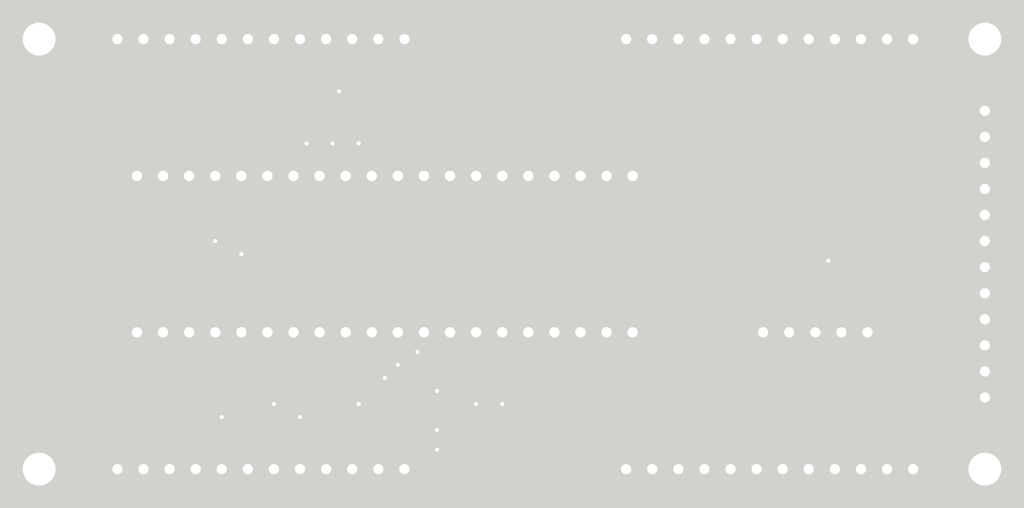
<source format=kicad_pcb>
(kicad_pcb (version 4) (host pcbnew 4.0.7+dfsg1-1~bpo9+1)

  (general
    (links 62)
    (no_connects 0)
    (area 58.42 31.115 158.115001 80.645001)
    (thickness 1.6)
    (drawings 52)
    (tracks 338)
    (zones 0)
    (modules 11)
    (nets 39)
  )

  (page A4)
  (layers
    (0 F.Cu signal)
    (31 B.Cu signal)
    (32 B.Adhes user)
    (33 F.Adhes user)
    (34 B.Paste user)
    (35 F.Paste user)
    (36 B.SilkS user)
    (37 F.SilkS user)
    (38 B.Mask user)
    (39 F.Mask user)
    (40 Dwgs.User user)
    (41 Cmts.User user)
    (42 Eco1.User user)
    (43 Eco2.User user)
    (44 Edge.Cuts user)
    (45 Margin user)
    (46 B.CrtYd user)
    (47 F.CrtYd user)
    (48 B.Fab user)
    (49 F.Fab user)
  )

  (setup
    (last_trace_width 0.25)
    (user_trace_width 0.5)
    (user_trace_width 0.5)
    (trace_clearance 0.2)
    (zone_clearance 0.508)
    (zone_45_only no)
    (trace_min 0.2)
    (segment_width 0.2)
    (edge_width 0.1)
    (via_size 0.6)
    (via_drill 0.4)
    (via_min_size 0.4)
    (via_min_drill 0.3)
    (uvia_size 0.3)
    (uvia_drill 0.1)
    (uvias_allowed no)
    (uvia_min_size 0.2)
    (uvia_min_drill 0.1)
    (pcb_text_width 0.3)
    (pcb_text_size 1.5 1.5)
    (mod_edge_width 0.15)
    (mod_text_size 1 1)
    (mod_text_width 0.15)
    (pad_size 1.5 1.5)
    (pad_drill 0.6)
    (pad_to_mask_clearance 0)
    (aux_axis_origin 0 0)
    (visible_elements FFFFFF7F)
    (pcbplotparams
      (layerselection 0x00030_80000001)
      (usegerberextensions false)
      (excludeedgelayer true)
      (linewidth 0.100000)
      (plotframeref false)
      (viasonmask false)
      (mode 1)
      (useauxorigin false)
      (hpglpennumber 1)
      (hpglpenspeed 20)
      (hpglpendiameter 15)
      (hpglpenoverlay 2)
      (psnegative false)
      (psa4output false)
      (plotreference true)
      (plotvalue true)
      (plotinvisibletext false)
      (padsonsilk false)
      (subtractmaskfromsilk false)
      (outputformat 1)
      (mirror false)
      (drillshape 1)
      (scaleselection 1)
      (outputdirectory ""))
  )

  (net 0 "")
  (net 1 /A5)
  (net 2 /A4)
  (net 3 /A3)
  (net 4 /A2)
  (net 5 /A1)
  (net 6 /A0)
  (net 7 /VCC)
  (net 8 /VIN)
  (net 9 /GND)
  (net 10 /A6)
  (net 11 /A7)
  (net 12 /B7)
  (net 13 /B6)
  (net 14 /A9)
  (net 15 /A10)
  (net 16 /B0)
  (net 17 /B1)
  (net 18 /B8)
  (net 19 /B9)
  (net 20 /B10)
  (net 21 /B11)
  (net 22 /B12)
  (net 23 /A8)
  (net 24 /A11)
  (net 25 /A12)
  (net 26 /A15)
  (net 27 /C15)
  (net 28 /C14)
  (net 29 /C13)
  (net 30 /B13)
  (net 31 /B14)
  (net 32 /B15)
  (net 33 /B3)
  (net 34 /B4)
  (net 35 /B5)
  (net 36 /5V)
  (net 37 /RESET)
  (net 38 /VBAT)

  (net_class Default "This is the default net class."
    (clearance 0.2)
    (trace_width 0.25)
    (via_dia 0.6)
    (via_drill 0.4)
    (uvia_dia 0.3)
    (uvia_drill 0.1)
    (add_net /5V)
    (add_net /A0)
    (add_net /A1)
    (add_net /A10)
    (add_net /A11)
    (add_net /A12)
    (add_net /A15)
    (add_net /A2)
    (add_net /A3)
    (add_net /A4)
    (add_net /A5)
    (add_net /A6)
    (add_net /A7)
    (add_net /A8)
    (add_net /A9)
    (add_net /B0)
    (add_net /B1)
    (add_net /B10)
    (add_net /B11)
    (add_net /B12)
    (add_net /B13)
    (add_net /B14)
    (add_net /B15)
    (add_net /B3)
    (add_net /B4)
    (add_net /B5)
    (add_net /B6)
    (add_net /B7)
    (add_net /B8)
    (add_net /B9)
    (add_net /C13)
    (add_net /C14)
    (add_net /C15)
    (add_net /GND)
    (add_net /RESET)
    (add_net /VBAT)
    (add_net /VCC)
    (add_net /VIN)
  )

  (module ePlayPretty:bluePill (layer F.Cu) (tedit 5ACA5DCF) (tstamp 5ACA01F0)
    (at 69.215 55.88 90)
    (descr http://wiki.stm32duino.com/images/a/ae/Bluepillpinout.gif)
    (path /5AC9EC24)
    (fp_text reference U1 (at 0 6.985 90) (layer F.Fab)
      (effects (font (size 1 1) (thickness 0.15)))
    )
    (fp_text value BluePill (at 0 21.082 180) (layer F.Fab)
      (effects (font (size 1 1) (thickness 0.15)))
    )
    (fp_text user USB (at 0 0.635 90) (layer F.SilkS)
      (effects (font (size 0.5 0.5) (thickness 0.075)))
    )
    (fp_line (start -9.144 -0.144) (end -9.144 53) (layer F.CrtYd) (width 0.15))
    (fp_line (start -9.144 53) (end 9.144 53) (layer F.CrtYd) (width 0.15))
    (fp_line (start 9.144 53) (end 9.144 -0.144) (layer F.CrtYd) (width 0.15))
    (fp_line (start 9.144 -0.144) (end -9.144 -0.144) (layer F.CrtYd) (width 0.15))
    (fp_line (start 3 1.2) (end 3 -1.2) (layer F.CrtYd) (width 0.15))
    (fp_line (start 3 -1.2) (end -3 -1.2) (layer F.CrtYd) (width 0.15))
    (fp_line (start -3 -1.2) (end -3 1.2) (layer F.CrtYd) (width 0.15))
    (fp_line (start -9 1.2) (end -9 52.4) (layer F.SilkS) (width 0.15))
    (fp_line (start -9 52.4) (end 9 52.4) (layer F.SilkS) (width 0.15))
    (fp_line (start 9 52.4) (end 9 1.2) (layer F.SilkS) (width 0.15))
    (fp_line (start 9 1.2) (end -9 1.2) (layer F.SilkS) (width 0.15))
    (pad 20 thru_hole circle (at 7.62 2.54 90) (size 1.7272 1.7272) (drill 1.016) (layers *.Cu *.Mask)
      (net 9 /GND))
    (pad 19 thru_hole circle (at 7.62 5.08 90) (size 1.7272 1.7272) (drill 1.016) (layers *.Cu *.Mask)
      (net 9 /GND))
    (pad 18 thru_hole circle (at 7.62 7.62 90) (size 1.7272 1.7272) (drill 1.016) (layers *.Cu *.Mask)
      (net 7 /VCC))
    (pad 17 thru_hole circle (at 7.62 10.16 90) (size 1.7272 1.7272) (drill 1.016) (layers *.Cu *.Mask)
      (net 37 /RESET))
    (pad 16 thru_hole circle (at 7.62 12.7 90) (size 1.7272 1.7272) (drill 1.016) (layers *.Cu *.Mask)
      (net 21 /B11))
    (pad 15 thru_hole circle (at 7.62 15.24 90) (size 1.7272 1.7272) (drill 1.016) (layers *.Cu *.Mask)
      (net 20 /B10))
    (pad 14 thru_hole circle (at 7.62 17.78 90) (size 1.7272 1.7272) (drill 1.016) (layers *.Cu *.Mask)
      (net 17 /B1))
    (pad 13 thru_hole circle (at 7.62 20.32 90) (size 1.7272 1.7272) (drill 1.016) (layers *.Cu *.Mask)
      (net 16 /B0))
    (pad 12 thru_hole circle (at 7.62 22.86 90) (size 1.7272 1.7272) (drill 1.016) (layers *.Cu *.Mask)
      (net 11 /A7))
    (pad 11 thru_hole circle (at 7.62 25.4 90) (size 1.7272 1.7272) (drill 1.016) (layers *.Cu *.Mask)
      (net 10 /A6))
    (pad 10 thru_hole circle (at 7.62 27.94 90) (size 1.7272 1.7272) (drill 1.016) (layers *.Cu *.Mask)
      (net 1 /A5))
    (pad 9 thru_hole circle (at 7.62 30.48 90) (size 1.7272 1.7272) (drill 1.016) (layers *.Cu *.Mask)
      (net 2 /A4))
    (pad 8 thru_hole circle (at 7.62 33.02 90) (size 1.7272 1.7272) (drill 1.016) (layers *.Cu *.Mask)
      (net 3 /A3))
    (pad 7 thru_hole circle (at 7.62 35.56 90) (size 1.7272 1.7272) (drill 1.016) (layers *.Cu *.Mask)
      (net 4 /A2))
    (pad 6 thru_hole circle (at 7.62 38.1 90) (size 1.7272 1.7272) (drill 1.016) (layers *.Cu *.Mask)
      (net 5 /A1))
    (pad 5 thru_hole circle (at 7.62 40.64 90) (size 1.7272 1.7272) (drill 1.016) (layers *.Cu *.Mask)
      (net 6 /A0))
    (pad 4 thru_hole circle (at 7.62 43.18 90) (size 1.7272 1.7272) (drill 1.016) (layers *.Cu *.Mask)
      (net 27 /C15))
    (pad 3 thru_hole circle (at 7.62 45.72 90) (size 1.7272 1.7272) (drill 1.016) (layers *.Cu *.Mask)
      (net 28 /C14))
    (pad 2 thru_hole circle (at 7.62 48.26 90) (size 1.7272 1.7272) (drill 1.016) (layers *.Cu *.Mask)
      (net 29 /C13))
    (pad 1 thru_hole circle (at 7.62 50.8 90) (size 1.7272 1.7272) (drill 1.016) (layers *.Cu *.Mask)
      (net 38 /VBAT))
    (pad 21 thru_hole circle (at -7.62 2.54 90) (size 1.7272 1.7272) (drill 1.016) (layers *.Cu *.Mask)
      (net 22 /B12))
    (pad 22 thru_hole circle (at -7.62 5.08 90) (size 1.7272 1.7272) (drill 1.016) (layers *.Cu *.Mask)
      (net 30 /B13))
    (pad 23 thru_hole circle (at -7.62 7.62 90) (size 1.7272 1.7272) (drill 1.016) (layers *.Cu *.Mask)
      (net 31 /B14))
    (pad 24 thru_hole circle (at -7.62 10.16 90) (size 1.7272 1.7272) (drill 1.016) (layers *.Cu *.Mask)
      (net 32 /B15))
    (pad 25 thru_hole circle (at -7.62 12.7 90) (size 1.7272 1.7272) (drill 1.016) (layers *.Cu *.Mask)
      (net 23 /A8))
    (pad 26 thru_hole circle (at -7.62 15.24 90) (size 1.7272 1.7272) (drill 1.016) (layers *.Cu *.Mask)
      (net 14 /A9))
    (pad 27 thru_hole circle (at -7.62 17.78 90) (size 1.7272 1.7272) (drill 1.016) (layers *.Cu *.Mask)
      (net 15 /A10))
    (pad 28 thru_hole circle (at -7.62 20.32 90) (size 1.7272 1.7272) (drill 1.016) (layers *.Cu *.Mask)
      (net 24 /A11))
    (pad 29 thru_hole circle (at -7.62 22.86 90) (size 1.7272 1.7272) (drill 1.016) (layers *.Cu *.Mask)
      (net 25 /A12))
    (pad 30 thru_hole circle (at -7.62 25.4 90) (size 1.7272 1.7272) (drill 1.016) (layers *.Cu *.Mask)
      (net 26 /A15))
    (pad 31 thru_hole circle (at -7.62 27.94 90) (size 1.7272 1.7272) (drill 1.016) (layers *.Cu *.Mask)
      (net 33 /B3))
    (pad 32 thru_hole circle (at -7.62 30.48 90) (size 1.7272 1.7272) (drill 1.016) (layers *.Cu *.Mask)
      (net 34 /B4))
    (pad 33 thru_hole circle (at -7.62 33.02 90) (size 1.7272 1.7272) (drill 1.016) (layers *.Cu *.Mask)
      (net 35 /B5))
    (pad 34 thru_hole circle (at -7.62 35.56 90) (size 1.7272 1.7272) (drill 1.016) (layers *.Cu *.Mask)
      (net 13 /B6))
    (pad 35 thru_hole circle (at -7.62 38.1 90) (size 1.7272 1.7272) (drill 1.016) (layers *.Cu *.Mask)
      (net 12 /B7))
    (pad 36 thru_hole circle (at -7.62 40.64 90) (size 1.7272 1.7272) (drill 1.016) (layers *.Cu *.Mask)
      (net 18 /B8))
    (pad 37 thru_hole circle (at -7.62 43.18 90) (size 1.7272 1.7272) (drill 1.016) (layers *.Cu *.Mask)
      (net 19 /B9))
    (pad 38 thru_hole circle (at -7.62 45.72 90) (size 1.7272 1.7272) (drill 1.016) (layers *.Cu *.Mask)
      (net 36 /5V))
    (pad 39 thru_hole circle (at -7.62 48.26 90) (size 1.7272 1.7272) (drill 1.016) (layers *.Cu *.Mask)
      (net 9 /GND))
    (pad 40 thru_hole circle (at -7.62 50.8 90) (size 1.7272 1.7272) (drill 1.016) (layers *.Cu *.Mask)
      (net 7 /VCC))
  )

  (module Socket_Strips:Socket_Strip_Straight_1x12_Pitch2.54mm (layer F.Cu) (tedit 5AE96CE8) (tstamp 5AC36A5F)
    (at 147.32 76.835 270)
    (descr "Through hole straight socket strip, 1x12, 2.54mm pitch, single row")
    (tags "Through hole socket strip THT 1x12 2.54mm single row")
    (path /5AC3A80A)
    (fp_text reference O1 (at 0 -2.33 270) (layer F.Fab)
      (effects (font (size 1 1) (thickness 0.15)))
    )
    (fp_text value SerialOutput (at 0 34.29 360) (layer F.Fab) hide
      (effects (font (size 1 1) (thickness 0.15)))
    )
    (fp_line (start -1.27 -1.27) (end -1.27 29.21) (layer F.Fab) (width 0.1))
    (fp_line (start -1.27 29.21) (end 1.27 29.21) (layer F.Fab) (width 0.1))
    (fp_line (start 1.27 29.21) (end 1.27 -1.27) (layer F.Fab) (width 0.1))
    (fp_line (start 1.27 -1.27) (end -1.27 -1.27) (layer F.Fab) (width 0.1))
    (fp_line (start -1.33 1.27) (end -1.33 29.27) (layer F.SilkS) (width 0.12))
    (fp_line (start -1.33 29.27) (end 1.33 29.27) (layer F.SilkS) (width 0.12))
    (fp_line (start 1.33 29.27) (end 1.33 1.27) (layer F.SilkS) (width 0.12))
    (fp_line (start 1.33 1.27) (end -1.33 1.27) (layer F.SilkS) (width 0.12))
    (fp_line (start -1.33 0) (end -1.33 -1.33) (layer F.SilkS) (width 0.12))
    (fp_line (start -1.33 -1.33) (end 0 -1.33) (layer F.SilkS) (width 0.12))
    (fp_line (start -1.8 -1.8) (end -1.8 29.75) (layer F.CrtYd) (width 0.05))
    (fp_line (start -1.8 29.75) (end 1.8 29.75) (layer F.CrtYd) (width 0.05))
    (fp_line (start 1.8 29.75) (end 1.8 -1.8) (layer F.CrtYd) (width 0.05))
    (fp_line (start 1.8 -1.8) (end -1.8 -1.8) (layer F.CrtYd) (width 0.05))
    (fp_text user %R (at 0 -2.33 270) (layer F.Fab) hide
      (effects (font (size 1 1) (thickness 0.15)))
    )
    (pad 1 thru_hole rect (at 0 0 270) (size 1.7 1.7) (drill 1) (layers *.Cu *.Mask)
      (net 8 /VIN))
    (pad 2 thru_hole oval (at 0 2.54 270) (size 1.7 1.7) (drill 1) (layers *.Cu *.Mask)
      (net 7 /VCC))
    (pad 3 thru_hole oval (at 0 5.08 270) (size 1.7 1.7) (drill 1) (layers *.Cu *.Mask)
      (net 9 /GND))
    (pad 4 thru_hole oval (at 0 7.62 270) (size 1.7 1.7) (drill 1) (layers *.Cu *.Mask))
    (pad 5 thru_hole oval (at 0 10.16 270) (size 1.7 1.7) (drill 1) (layers *.Cu *.Mask)
      (net 1 /A5))
    (pad 6 thru_hole oval (at 0 12.7 270) (size 1.7 1.7) (drill 1) (layers *.Cu *.Mask)
      (net 10 /A6))
    (pad 7 thru_hole oval (at 0 15.24 270) (size 1.7 1.7) (drill 1) (layers *.Cu *.Mask)
      (net 11 /A7))
    (pad 8 thru_hole oval (at 0 17.78 270) (size 1.7 1.7) (drill 1) (layers *.Cu *.Mask)
      (net 2 /A4))
    (pad 9 thru_hole oval (at 0 20.32 270) (size 1.7 1.7) (drill 1) (layers *.Cu *.Mask)
      (net 12 /B7))
    (pad 10 thru_hole oval (at 0 22.86 270) (size 1.7 1.7) (drill 1) (layers *.Cu *.Mask)
      (net 13 /B6))
    (pad 11 thru_hole oval (at 0 25.4 270) (size 1.7 1.7) (drill 1) (layers *.Cu *.Mask)
      (net 14 /A9))
    (pad 12 thru_hole oval (at 0 27.94 270) (size 1.7 1.7) (drill 1) (layers *.Cu *.Mask)
      (net 15 /A10))
    (model ${KISYS3DMOD}/Socket_Strips.3dshapes/Socket_Strip_Straight_1x12_Pitch2.54mm.wrl
      (at (xyz 0 -0.55 0))
      (scale (xyz 1 1 1))
      (rotate (xyz 0 0 270))
    )
  )

  (module Socket_Strips:Socket_Strip_Straight_1x12_Pitch2.54mm (layer F.Cu) (tedit 5AE98086) (tstamp 5ACB7725)
    (at 154.305 41.91)
    (descr "Through hole straight socket strip, 1x12, 2.54mm pitch, single row")
    (tags "Through hole socket strip THT 1x12 2.54mm single row")
    (path /5AC3A751)
    (fp_text reference O2 (at 0 -2.33) (layer F.Fab)
      (effects (font (size 1 1) (thickness 0.15)))
    )
    (fp_text value Output (at 0 30.27) (layer F.Fab)
      (effects (font (size 1 1) (thickness 0.15)))
    )
    (fp_line (start -1.27 -1.27) (end -1.27 29.21) (layer F.Fab) (width 0.1))
    (fp_line (start -1.27 29.21) (end 1.27 29.21) (layer F.Fab) (width 0.1))
    (fp_line (start 1.27 29.21) (end 1.27 -1.27) (layer F.Fab) (width 0.1))
    (fp_line (start 1.27 -1.27) (end -1.27 -1.27) (layer F.Fab) (width 0.1))
    (fp_line (start -1.33 1.27) (end -1.33 29.27) (layer F.SilkS) (width 0.12))
    (fp_line (start -1.33 29.27) (end 1.33 29.27) (layer F.SilkS) (width 0.12))
    (fp_line (start 1.33 29.27) (end 1.33 1.27) (layer F.SilkS) (width 0.12))
    (fp_line (start 1.33 1.27) (end -1.33 1.27) (layer F.SilkS) (width 0.12))
    (fp_line (start -1.33 0) (end -1.33 -1.33) (layer F.SilkS) (width 0.12))
    (fp_line (start -1.33 -1.33) (end 0 -1.33) (layer F.SilkS) (width 0.12))
    (fp_line (start -1.8 -1.8) (end -1.8 29.75) (layer F.CrtYd) (width 0.05))
    (fp_line (start -1.8 29.75) (end 1.8 29.75) (layer F.CrtYd) (width 0.05))
    (fp_line (start 1.8 29.75) (end 1.8 -1.8) (layer F.CrtYd) (width 0.05))
    (fp_line (start 1.8 -1.8) (end -1.8 -1.8) (layer F.CrtYd) (width 0.05))
    (fp_text user %R (at 0 -2.33) (layer F.Fab) hide
      (effects (font (size 1 1) (thickness 0.15)))
    )
    (pad 1 thru_hole rect (at 0 0) (size 1.7 1.7) (drill 1) (layers *.Cu *.Mask)
      (net 8 /VIN))
    (pad 2 thru_hole oval (at 0 2.54) (size 1.7 1.7) (drill 1) (layers *.Cu *.Mask)
      (net 7 /VCC))
    (pad 3 thru_hole oval (at 0 5.08) (size 1.7 1.7) (drill 1) (layers *.Cu *.Mask)
      (net 9 /GND))
    (pad 4 thru_hole oval (at 0 7.62) (size 1.7 1.7) (drill 1) (layers *.Cu *.Mask))
    (pad 5 thru_hole oval (at 0 10.16) (size 1.7 1.7) (drill 1) (layers *.Cu *.Mask)
      (net 29 /C13))
    (pad 6 thru_hole oval (at 0 12.7) (size 1.7 1.7) (drill 1) (layers *.Cu *.Mask)
      (net 28 /C14))
    (pad 7 thru_hole oval (at 0 15.24) (size 1.7 1.7) (drill 1) (layers *.Cu *.Mask)
      (net 27 /C15))
    (pad 8 thru_hole oval (at 0 17.78) (size 1.7 1.7) (drill 1) (layers *.Cu *.Mask)
      (net 16 /B0))
    (pad 9 thru_hole oval (at 0 20.32) (size 1.7 1.7) (drill 1) (layers *.Cu *.Mask)
      (net 17 /B1))
    (pad 10 thru_hole oval (at 0 22.86) (size 1.7 1.7) (drill 1) (layers *.Cu *.Mask)
      (net 33 /B3))
    (pad 11 thru_hole oval (at 0 25.4) (size 1.7 1.7) (drill 1) (layers *.Cu *.Mask)
      (net 34 /B4))
    (pad 12 thru_hole oval (at 0 27.94) (size 1.7 1.7) (drill 1) (layers *.Cu *.Mask)
      (net 35 /B5))
    (model ${KISYS3DMOD}/Socket_Strips.3dshapes/Socket_Strip_Straight_1x12_Pitch2.54mm.wrl
      (at (xyz 0 -0.55 0))
      (scale (xyz 1 1 1))
      (rotate (xyz 0 0 270))
    )
  )

  (module Socket_Strips:Socket_Strip_Straight_1x12_Pitch2.54mm (layer F.Cu) (tedit 5AE96CF4) (tstamp 5ACB7743)
    (at 119.38 34.925 90)
    (descr "Through hole straight socket strip, 1x12, 2.54mm pitch, single row")
    (tags "Through hole socket strip THT 1x12 2.54mm single row")
    (path /5AC3A8AB)
    (fp_text reference O3 (at 0 -2.33 90) (layer F.Fab)
      (effects (font (size 1 1) (thickness 0.15)))
    )
    (fp_text value Output (at 0 3.81 180) (layer F.Fab)
      (effects (font (size 1 1) (thickness 0.15)))
    )
    (fp_line (start -1.27 -1.27) (end -1.27 29.21) (layer F.Fab) (width 0.1))
    (fp_line (start -1.27 29.21) (end 1.27 29.21) (layer F.Fab) (width 0.1))
    (fp_line (start 1.27 29.21) (end 1.27 -1.27) (layer F.Fab) (width 0.1))
    (fp_line (start 1.27 -1.27) (end -1.27 -1.27) (layer F.Fab) (width 0.1))
    (fp_line (start -1.33 1.27) (end -1.33 29.27) (layer F.SilkS) (width 0.12))
    (fp_line (start -1.33 29.27) (end 1.33 29.27) (layer F.SilkS) (width 0.12))
    (fp_line (start 1.33 29.27) (end 1.33 1.27) (layer F.SilkS) (width 0.12))
    (fp_line (start 1.33 1.27) (end -1.33 1.27) (layer F.SilkS) (width 0.12))
    (fp_line (start -1.33 0) (end -1.33 -1.33) (layer F.SilkS) (width 0.12))
    (fp_line (start -1.33 -1.33) (end 0 -1.33) (layer F.SilkS) (width 0.12))
    (fp_line (start -1.8 -1.8) (end -1.8 29.75) (layer F.CrtYd) (width 0.05))
    (fp_line (start -1.8 29.75) (end 1.8 29.75) (layer F.CrtYd) (width 0.05))
    (fp_line (start 1.8 29.75) (end 1.8 -1.8) (layer F.CrtYd) (width 0.05))
    (fp_line (start 1.8 -1.8) (end -1.8 -1.8) (layer F.CrtYd) (width 0.05))
    (fp_text user %R (at 0 -2.33 90) (layer F.Fab) hide
      (effects (font (size 1 1) (thickness 0.15)))
    )
    (pad 1 thru_hole rect (at 0 0 90) (size 1.7 1.7) (drill 1) (layers *.Cu *.Mask)
      (net 8 /VIN))
    (pad 2 thru_hole oval (at 0 2.54 90) (size 1.7 1.7) (drill 1) (layers *.Cu *.Mask)
      (net 7 /VCC))
    (pad 3 thru_hole oval (at 0 5.08 90) (size 1.7 1.7) (drill 1) (layers *.Cu *.Mask)
      (net 9 /GND))
    (pad 4 thru_hole oval (at 0 7.62 90) (size 1.7 1.7) (drill 1) (layers *.Cu *.Mask))
    (pad 5 thru_hole oval (at 0 10.16 90) (size 1.7 1.7) (drill 1) (layers *.Cu *.Mask)
      (net 11 /A7))
    (pad 6 thru_hole oval (at 0 12.7 90) (size 1.7 1.7) (drill 1) (layers *.Cu *.Mask)
      (net 10 /A6))
    (pad 7 thru_hole oval (at 0 15.24 90) (size 1.7 1.7) (drill 1) (layers *.Cu *.Mask)
      (net 1 /A5))
    (pad 8 thru_hole oval (at 0 17.78 90) (size 1.7 1.7) (drill 1) (layers *.Cu *.Mask)
      (net 2 /A4))
    (pad 9 thru_hole oval (at 0 20.32 90) (size 1.7 1.7) (drill 1) (layers *.Cu *.Mask)
      (net 3 /A3))
    (pad 10 thru_hole oval (at 0 22.86 90) (size 1.7 1.7) (drill 1) (layers *.Cu *.Mask)
      (net 4 /A2))
    (pad 11 thru_hole oval (at 0 25.4 90) (size 1.7 1.7) (drill 1) (layers *.Cu *.Mask)
      (net 5 /A1))
    (pad 12 thru_hole oval (at 0 27.94 90) (size 1.7 1.7) (drill 1) (layers *.Cu *.Mask)
      (net 6 /A0))
    (model ${KISYS3DMOD}/Socket_Strips.3dshapes/Socket_Strip_Straight_1x12_Pitch2.54mm.wrl
      (at (xyz 0 -0.55 0))
      (scale (xyz 1 1 1))
      (rotate (xyz 0 0 270))
    )
  )

  (module Mounting_Holes:MountingHole_3.2mm_M3 (layer F.Cu) (tedit 5ACA5EEE) (tstamp 5AD37429)
    (at 154.305 34.925)
    (descr "Mounting Hole 3.2mm, no annular, M3")
    (tags "mounting hole 3.2mm no annular m3")
    (fp_text reference X (at 0 0) (layer F.Fab)
      (effects (font (size 1 1) (thickness 0.15)))
    )
    (fp_text value M3 (at 0 2.54) (layer F.Fab)
      (effects (font (size 1 1) (thickness 0.15)))
    )
    (fp_circle (center 0 0) (end 3.2 0) (layer Cmts.User) (width 0.15))
    (fp_circle (center 0 0) (end 3.45 0) (layer F.CrtYd) (width 0.05))
    (pad 1 np_thru_hole circle (at 0 0) (size 3.2 3.2) (drill 3.2) (layers *.Cu *.Mask))
  )

  (module Mounting_Holes:MountingHole_3.2mm_M3 (layer F.Cu) (tedit 5AC36F82) (tstamp 5AD3745B)
    (at 154.305 76.835)
    (descr "Mounting Hole 3.2mm, no annular, M3")
    (tags "mounting hole 3.2mm no annular m3")
    (fp_text reference "" (at 0 -4.2) (layer F.Fab)
      (effects (font (size 1 1) (thickness 0.15)))
    )
    (fp_text value M3 (at 0 -2.54) (layer F.Fab)
      (effects (font (size 1 1) (thickness 0.15)))
    )
    (fp_circle (center 0 0) (end 3.2 0) (layer Cmts.User) (width 0.15))
    (fp_circle (center 0 0) (end 3.45 0) (layer F.CrtYd) (width 0.05))
    (pad 1 np_thru_hole circle (at 0 0) (size 3.2 3.2) (drill 3.2) (layers *.Cu *.Mask))
  )

  (module Mounting_Holes:MountingHole_3.2mm_M3 (layer F.Cu) (tedit 5AC36FB5) (tstamp 5AD37483)
    (at 62.23 76.835)
    (descr "Mounting Hole 3.2mm, no annular, M3")
    (tags "mounting hole 3.2mm no annular m3")
    (fp_text reference "" (at 0 -4.2) (layer F.Fab)
      (effects (font (size 1 1) (thickness 0.15)))
    )
    (fp_text value M3 (at 0 -2.54) (layer F.Fab)
      (effects (font (size 1 1) (thickness 0.15)))
    )
    (fp_circle (center 0 0) (end 3.2 0) (layer Cmts.User) (width 0.15))
    (fp_circle (center 0 0) (end 3.45 0) (layer F.CrtYd) (width 0.05))
    (pad 1 np_thru_hole circle (at 0 0) (size 3.2 3.2) (drill 3.2) (layers *.Cu *.Mask))
  )

  (module Mounting_Holes:MountingHole_3.2mm_M3 (layer F.Cu) (tedit 5ACA5F07) (tstamp 5AD374E5)
    (at 62.23 34.925)
    (descr "Mounting Hole 3.2mm, no annular, M3")
    (tags "mounting hole 3.2mm no annular m3")
    (fp_text reference X (at 0 0) (layer F.Fab)
      (effects (font (size 1 1) (thickness 0.15)))
    )
    (fp_text value M3 (at 0 2.54) (layer F.Fab)
      (effects (font (size 1 1) (thickness 0.15)))
    )
    (fp_circle (center 0 0) (end 3.2 0) (layer Cmts.User) (width 0.15))
    (fp_circle (center 0 0) (end 3.45 0) (layer F.CrtYd) (width 0.05))
    (pad 1 np_thru_hole circle (at 0 0) (size 3.2 3.2) (drill 3.2) (layers *.Cu *.Mask))
  )

  (module Socket_Strips:Socket_Strip_Straight_1x12_Pitch2.54mm (layer F.Cu) (tedit 5AE96D00) (tstamp 5AC9FB90)
    (at 69.85 34.925 90)
    (descr "Through hole straight socket strip, 1x12, 2.54mm pitch, single row")
    (tags "Through hole socket strip THT 1x12 2.54mm single row")
    (path /5AC9FE6A)
    (fp_text reference O4 (at 0 -2.33 90) (layer F.Fab)
      (effects (font (size 1 1) (thickness 0.15)))
    )
    (fp_text value Output (at 0.635 25.4 180) (layer F.Fab)
      (effects (font (size 1 1) (thickness 0.15)))
    )
    (fp_line (start -1.27 -1.27) (end -1.27 29.21) (layer F.Fab) (width 0.1))
    (fp_line (start -1.27 29.21) (end 1.27 29.21) (layer F.Fab) (width 0.1))
    (fp_line (start 1.27 29.21) (end 1.27 -1.27) (layer F.Fab) (width 0.1))
    (fp_line (start 1.27 -1.27) (end -1.27 -1.27) (layer F.Fab) (width 0.1))
    (fp_line (start -1.33 1.27) (end -1.33 29.27) (layer F.SilkS) (width 0.12))
    (fp_line (start -1.33 29.27) (end 1.33 29.27) (layer F.SilkS) (width 0.12))
    (fp_line (start 1.33 29.27) (end 1.33 1.27) (layer F.SilkS) (width 0.12))
    (fp_line (start 1.33 1.27) (end -1.33 1.27) (layer F.SilkS) (width 0.12))
    (fp_line (start -1.33 0) (end -1.33 -1.33) (layer F.SilkS) (width 0.12))
    (fp_line (start -1.33 -1.33) (end 0 -1.33) (layer F.SilkS) (width 0.12))
    (fp_line (start -1.8 -1.8) (end -1.8 29.75) (layer F.CrtYd) (width 0.05))
    (fp_line (start -1.8 29.75) (end 1.8 29.75) (layer F.CrtYd) (width 0.05))
    (fp_line (start 1.8 29.75) (end 1.8 -1.8) (layer F.CrtYd) (width 0.05))
    (fp_line (start 1.8 -1.8) (end -1.8 -1.8) (layer F.CrtYd) (width 0.05))
    (fp_text user %R (at 0 -2.33 90) (layer F.Fab) hide
      (effects (font (size 1 1) (thickness 0.15)))
    )
    (pad 1 thru_hole rect (at 0 0 90) (size 1.7 1.7) (drill 1) (layers *.Cu *.Mask)
      (net 8 /VIN))
    (pad 2 thru_hole oval (at 0 2.54 90) (size 1.7 1.7) (drill 1) (layers *.Cu *.Mask)
      (net 7 /VCC))
    (pad 3 thru_hole oval (at 0 5.08 90) (size 1.7 1.7) (drill 1) (layers *.Cu *.Mask)
      (net 9 /GND))
    (pad 4 thru_hole oval (at 0 7.62 90) (size 1.7 1.7) (drill 1) (layers *.Cu *.Mask))
    (pad 5 thru_hole oval (at 0 10.16 90) (size 1.7 1.7) (drill 1) (layers *.Cu *.Mask)
      (net 22 /B12))
    (pad 6 thru_hole oval (at 0 12.7 90) (size 1.7 1.7) (drill 1) (layers *.Cu *.Mask)
      (net 30 /B13))
    (pad 7 thru_hole oval (at 0 15.24 90) (size 1.7 1.7) (drill 1) (layers *.Cu *.Mask)
      (net 24 /A11))
    (pad 8 thru_hole oval (at 0 17.78 90) (size 1.7 1.7) (drill 1) (layers *.Cu *.Mask)
      (net 25 /A12))
    (pad 9 thru_hole oval (at 0 20.32 90) (size 1.7 1.7) (drill 1) (layers *.Cu *.Mask)
      (net 26 /A15))
    (pad 10 thru_hole oval (at 0 22.86 90) (size 1.7 1.7) (drill 1) (layers *.Cu *.Mask)
      (net 23 /A8))
    (pad 11 thru_hole oval (at 0 25.4 90) (size 1.7 1.7) (drill 1) (layers *.Cu *.Mask)
      (net 18 /B8))
    (pad 12 thru_hole oval (at 0 27.94 90) (size 1.7 1.7) (drill 1) (layers *.Cu *.Mask)
      (net 19 /B9))
    (model ${KISYS3DMOD}/Socket_Strips.3dshapes/Socket_Strip_Straight_1x12_Pitch2.54mm.wrl
      (at (xyz 0 -0.55 0))
      (scale (xyz 1 1 1))
      (rotate (xyz 0 0 270))
    )
  )

  (module Socket_Strips:Socket_Strip_Straight_1x12_Pitch2.54mm (layer F.Cu) (tedit 5AE96CDA) (tstamp 5AC9FBAF)
    (at 97.79 76.835 270)
    (descr "Through hole straight socket strip, 1x12, 2.54mm pitch, single row")
    (tags "Through hole socket strip THT 1x12 2.54mm single row")
    (path /5ACA07B3)
    (fp_text reference O5 (at 0 -2.33 270) (layer F.Fab)
      (effects (font (size 1 1) (thickness 0.15)))
    )
    (fp_text value SerialOutput (at 0 -7.62 360) (layer F.Fab) hide
      (effects (font (size 1 1) (thickness 0.15)))
    )
    (fp_line (start -1.27 -1.27) (end -1.27 29.21) (layer F.Fab) (width 0.1))
    (fp_line (start -1.27 29.21) (end 1.27 29.21) (layer F.Fab) (width 0.1))
    (fp_line (start 1.27 29.21) (end 1.27 -1.27) (layer F.Fab) (width 0.1))
    (fp_line (start 1.27 -1.27) (end -1.27 -1.27) (layer F.Fab) (width 0.1))
    (fp_line (start -1.33 1.27) (end -1.33 29.27) (layer F.SilkS) (width 0.12))
    (fp_line (start -1.33 29.27) (end 1.33 29.27) (layer F.SilkS) (width 0.12))
    (fp_line (start 1.33 29.27) (end 1.33 1.27) (layer F.SilkS) (width 0.12))
    (fp_line (start 1.33 1.27) (end -1.33 1.27) (layer F.SilkS) (width 0.12))
    (fp_line (start -1.33 0) (end -1.33 -1.33) (layer F.SilkS) (width 0.12))
    (fp_line (start -1.33 -1.33) (end 0 -1.33) (layer F.SilkS) (width 0.12))
    (fp_line (start -1.8 -1.8) (end -1.8 29.75) (layer F.CrtYd) (width 0.05))
    (fp_line (start -1.8 29.75) (end 1.8 29.75) (layer F.CrtYd) (width 0.05))
    (fp_line (start 1.8 29.75) (end 1.8 -1.8) (layer F.CrtYd) (width 0.05))
    (fp_line (start 1.8 -1.8) (end -1.8 -1.8) (layer F.CrtYd) (width 0.05))
    (fp_text user %R (at 0 -2.33 270) (layer F.Fab) hide
      (effects (font (size 1 1) (thickness 0.15)))
    )
    (pad 1 thru_hole rect (at 0 0 270) (size 1.7 1.7) (drill 1) (layers *.Cu *.Mask)
      (net 8 /VIN))
    (pad 2 thru_hole oval (at 0 2.54 270) (size 1.7 1.7) (drill 1) (layers *.Cu *.Mask)
      (net 7 /VCC))
    (pad 3 thru_hole oval (at 0 5.08 270) (size 1.7 1.7) (drill 1) (layers *.Cu *.Mask)
      (net 9 /GND))
    (pad 4 thru_hole oval (at 0 7.62 270) (size 1.7 1.7) (drill 1) (layers *.Cu *.Mask))
    (pad 5 thru_hole oval (at 0 10.16 270) (size 1.7 1.7) (drill 1) (layers *.Cu *.Mask)
      (net 30 /B13))
    (pad 6 thru_hole oval (at 0 12.7 270) (size 1.7 1.7) (drill 1) (layers *.Cu *.Mask)
      (net 31 /B14))
    (pad 7 thru_hole oval (at 0 15.24 270) (size 1.7 1.7) (drill 1) (layers *.Cu *.Mask)
      (net 32 /B15))
    (pad 8 thru_hole oval (at 0 17.78 270) (size 1.7 1.7) (drill 1) (layers *.Cu *.Mask)
      (net 22 /B12))
    (pad 9 thru_hole oval (at 0 20.32 270) (size 1.7 1.7) (drill 1) (layers *.Cu *.Mask)
      (net 21 /B11))
    (pad 10 thru_hole oval (at 0 22.86 270) (size 1.7 1.7) (drill 1) (layers *.Cu *.Mask)
      (net 20 /B10))
    (pad 11 thru_hole oval (at 0 25.4 270) (size 1.7 1.7) (drill 1) (layers *.Cu *.Mask)
      (net 4 /A2))
    (pad 12 thru_hole oval (at 0 27.94 270) (size 1.7 1.7) (drill 1) (layers *.Cu *.Mask)
      (net 3 /A3))
    (model ${KISYS3DMOD}/Socket_Strips.3dshapes/Socket_Strip_Straight_1x12_Pitch2.54mm.wrl
      (at (xyz 0 -0.55 0))
      (scale (xyz 1 1 1))
      (rotate (xyz 0 0 270))
    )
  )

  (module Pin_Headers:Pin_Header_Straight_1x05_Pitch2.54mm (layer F.Cu) (tedit 5AFAA4C2) (tstamp 5AFAA36A)
    (at 132.715 63.5 90)
    (descr "Through hole straight pin header, 1x05, 2.54mm pitch, single row")
    (tags "Through hole pin header THT 1x05 2.54mm single row")
    (path /5AFAA468)
    (fp_text reference J3 (at 0 -2.33 90) (layer F.Fab)
      (effects (font (size 1 1) (thickness 0.15)))
    )
    (fp_text value Power (at -1.905 10.16 180) (layer F.Fab)
      (effects (font (size 1.5 1.5) (thickness 0.3)))
    )
    (fp_line (start -0.635 -1.27) (end 1.27 -1.27) (layer F.Fab) (width 0.1))
    (fp_line (start 1.27 -1.27) (end 1.27 11.43) (layer F.Fab) (width 0.1))
    (fp_line (start 1.27 11.43) (end -1.27 11.43) (layer F.Fab) (width 0.1))
    (fp_line (start -1.27 11.43) (end -1.27 -0.635) (layer F.Fab) (width 0.1))
    (fp_line (start -1.27 -0.635) (end -0.635 -1.27) (layer F.Fab) (width 0.1))
    (fp_line (start -1.33 11.49) (end 1.33 11.49) (layer F.SilkS) (width 0.12))
    (fp_line (start -1.33 1.27) (end -1.33 11.49) (layer F.SilkS) (width 0.12))
    (fp_line (start 1.33 1.27) (end 1.33 11.49) (layer F.SilkS) (width 0.12))
    (fp_line (start -1.33 1.27) (end 1.33 1.27) (layer F.SilkS) (width 0.12))
    (fp_line (start -1.33 0) (end -1.33 -1.33) (layer F.SilkS) (width 0.12))
    (fp_line (start -1.33 -1.33) (end 0 -1.33) (layer F.SilkS) (width 0.12))
    (fp_line (start -1.8 -1.8) (end -1.8 11.95) (layer F.CrtYd) (width 0.05))
    (fp_line (start -1.8 11.95) (end 1.8 11.95) (layer F.CrtYd) (width 0.05))
    (fp_line (start 1.8 11.95) (end 1.8 -1.8) (layer F.CrtYd) (width 0.05))
    (fp_line (start 1.8 -1.8) (end -1.8 -1.8) (layer F.CrtYd) (width 0.05))
    (fp_text user %R (at 0 5.08 180) (layer F.Fab)
      (effects (font (size 1 1) (thickness 0.15)))
    )
    (pad 1 thru_hole rect (at 0 0 90) (size 1.7 1.7) (drill 1) (layers *.Cu *.Mask)
      (net 36 /5V))
    (pad 2 thru_hole oval (at 0 2.54 90) (size 1.7 1.7) (drill 1) (layers *.Cu *.Mask)
      (net 38 /VBAT))
    (pad 3 thru_hole oval (at 0 5.08 90) (size 1.7 1.7) (drill 1) (layers *.Cu *.Mask)
      (net 7 /VCC))
    (pad 4 thru_hole oval (at 0 7.62 90) (size 1.7 1.7) (drill 1) (layers *.Cu *.Mask)
      (net 9 /GND))
    (pad 5 thru_hole oval (at 0 10.16 90) (size 1.7 1.7) (drill 1) (layers *.Cu *.Mask)
      (net 37 /RESET))
    (model ${KISYS3DMOD}/Pin_Headers.3dshapes/Pin_Header_Straight_1x05_Pitch2.54mm.wrl
      (at (xyz 0 0 0))
      (scale (xyz 1 1 1))
      (rotate (xyz 0 0 0))
    )
  )

  (gr_text RESET (at 142.875 61.595 90) (layer F.SilkS)
    (effects (font (size 1 1) (thickness 0.2)) (justify left))
  )
  (gr_text GND (at 140.335 61.595 90) (layer F.SilkS)
    (effects (font (size 1 1) (thickness 0.2)) (justify left))
  )
  (gr_text VCC (at 137.795 61.595 90) (layer F.SilkS)
    (effects (font (size 1 1) (thickness 0.2)) (justify left))
  )
  (gr_text VBAT (at 135.255 61.595 90) (layer F.SilkS)
    (effects (font (size 1 1) (thickness 0.2)) (justify left))
  )
  (gr_text 5V (at 132.715 61.595 90) (layer F.SilkS)
    (effects (font (size 1 1) (thickness 0.2)) (justify left))
  )
  (gr_text "(5V tolerant)" (at 92.075 42.545) (layer F.SilkS)
    (effects (font (size 1.5 1.5) (thickness 0.3)))
  )
  (gr_text B12 (at 80.01 37.465 90) (layer F.SilkS)
    (effects (font (size 1 1) (thickness 0.2)) (justify right))
  )
  (gr_text B5 (at 152.4 69.85) (layer F.SilkS)
    (effects (font (size 1 1) (thickness 0.2)) (justify right))
  )
  (gr_text B4 (at 152.4 67.31) (layer F.SilkS)
    (effects (font (size 1 1) (thickness 0.2)) (justify right))
  )
  (gr_text A0 (at 147.32 37.465 90) (layer F.SilkS)
    (effects (font (size 1 1) (thickness 0.2)) (justify right))
  )
  (gr_text A1 (at 144.78 37.465 90) (layer F.SilkS)
    (effects (font (size 1 1) (thickness 0.2)) (justify right))
  )
  (gr_text "(TX2) A2" (at 142.24 37.465 90) (layer F.SilkS)
    (effects (font (size 1 1) (thickness 0.2)) (justify right))
  )
  (gr_text "(RX2) A3" (at 139.7 37.465 90) (layer F.SilkS)
    (effects (font (size 1 1) (thickness 0.2)) (justify right))
  )
  (gr_text "(Serial 1 #4) A4" (at 137.16 37.465 90) (layer F.SilkS)
    (effects (font (size 1 1) (thickness 0.2)) (justify right))
  )
  (gr_text "(SCK1) A5" (at 134.62 37.465 90) (layer F.SilkS)
    (effects (font (size 1 1) (thickness 0.2)) (justify right))
  )
  (gr_text "(MISO1) A6" (at 132.08 37.465 90) (layer F.SilkS)
    (effects (font (size 1 1) (thickness 0.2)) (justify right))
  )
  (gr_text "(MOSI1) A7" (at 129.54 37.465 90) (layer F.SilkS)
    (effects (font (size 1 1) (thickness 0.2)) (justify right))
  )
  (gr_text "(SCK2) B13" (at 82.55 37.465 90) (layer F.SilkS)
    (effects (font (size 1 1) (thickness 0.2)) (justify right))
  )
  (gr_text B9 (at 97.79 37.465 90) (layer F.SilkS)
    (effects (font (size 1 1) (thickness 0.2)) (justify right))
  )
  (gr_text B8 (at 95.25 37.465 90) (layer F.SilkS)
    (effects (font (size 1 1) (thickness 0.2)) (justify right))
  )
  (gr_text A8 (at 92.71 37.465 90) (layer F.SilkS)
    (effects (font (size 1 1) (thickness 0.2)) (justify right))
  )
  (gr_text A15 (at 90.17 37.465 90) (layer F.SilkS)
    (effects (font (size 1 1) (thickness 0.2)) (justify right))
  )
  (gr_text A12 (at 87.63 37.465 90) (layer F.SilkS)
    (effects (font (size 1 1) (thickness 0.2)) (justify right))
  )
  (gr_text A11 (at 85.09 37.465 90) (layer F.SilkS)
    (effects (font (size 1 1) (thickness 0.2)) (justify right))
  )
  (gr_text "SCK2 (B13)" (at 87.63 74.295 90) (layer F.SilkS)
    (effects (font (size 1 1) (thickness 0.2)) (justify left))
  )
  (gr_text "MISO2 (B14)" (at 85.09 74.295 90) (layer F.SilkS)
    (effects (font (size 1 1) (thickness 0.2)) (justify left))
  )
  (gr_text "MOSI2 (B15)" (at 82.55 74.295 90) (layer F.SilkS)
    (effects (font (size 1 1) (thickness 0.2)) (justify left))
  )
  (gr_text B12 (at 80.01 74.295 90) (layer F.SilkS)
    (effects (font (size 1 1) (thickness 0.2)) (justify left))
  )
  (gr_text "SDA2 (B11)" (at 77.47 74.295 90) (layer F.SilkS)
    (effects (font (size 1 1) (thickness 0.2)) (justify left))
  )
  (gr_text "SCL2 (B10)" (at 74.93 74.295 90) (layer F.SilkS)
    (effects (font (size 1 1) (thickness 0.2)) (justify left))
  )
  (gr_text "TX2 (A2)" (at 72.39 74.295 90) (layer F.SilkS)
    (effects (font (size 1 1) (thickness 0.2)) (justify left))
  )
  (gr_text "RX2 (A3)" (at 69.85 74.295 90) (layer F.SilkS)
    (effects (font (size 1 1) (thickness 0.2)) (justify left))
  )
  (gr_text "SCK1 (A5)" (at 137.16 74.295 90) (layer F.SilkS)
    (effects (font (size 1 1) (thickness 0.2)) (justify left))
  )
  (gr_text "MISO1 (A6)" (at 134.62 74.295 90) (layer F.SilkS)
    (effects (font (size 1 1) (thickness 0.2)) (justify left))
  )
  (gr_text "MOSI1 (A7)" (at 132.08 74.295 90) (layer F.SilkS)
    (effects (font (size 1 1) (thickness 0.2)) (justify left))
  )
  (gr_text A4 (at 129.54 74.295 90) (layer F.SilkS)
    (effects (font (size 1 1) (thickness 0.2)) (justify left))
  )
  (gr_text "SDA1 (B7)" (at 127 74.295 90) (layer F.SilkS)
    (effects (font (size 1 1) (thickness 0.2)) (justify left))
  )
  (gr_text "SCL1 (B6)" (at 124.46 74.295 90) (layer F.SilkS)
    (effects (font (size 1 1) (thickness 0.2)) (justify left))
  )
  (gr_text "TX1 (A9)" (at 121.92 74.295 90) (layer F.SilkS)
    (effects (font (size 1 1) (thickness 0.2)) (justify left))
  )
  (gr_text "RX1 (A10)" (at 119.38 74.295 90) (layer F.SilkS)
    (effects (font (size 1 1) (thickness 0.2)) (justify left))
  )
  (gr_text C15 (at 152.4 57.15) (layer F.SilkS)
    (effects (font (size 1 1) (thickness 0.2)) (justify right))
  )
  (gr_text C14 (at 152.4 54.61) (layer F.SilkS)
    (effects (font (size 1 1) (thickness 0.2)) (justify right))
  )
  (gr_text C13 (at 152.4 52.07) (layer F.SilkS)
    (effects (font (size 1 1) (thickness 0.2)) (justify right))
  )
  (gr_text B3 (at 152.4 64.77) (layer F.SilkS)
    (effects (font (size 1 1) (thickness 0.2)) (justify right))
  )
  (gr_text OTHER (at 73.66 38.735) (layer F.SilkS)
    (effects (font (size 1.5 1.5) (thickness 0.3)))
  )
  (gr_text ANALOG (at 123.19 38.735) (layer F.SilkS)
    (effects (font (size 1.5 1.5) (thickness 0.3)))
  )
  (gr_text "SERIAL 1" (at 144.145 73.66) (layer F.SilkS)
    (effects (font (size 1.5 1.5) (thickness 0.3)))
  )
  (gr_text "SERIAL 2" (at 94.615 73.66) (layer F.SilkS)
    (effects (font (size 1.5 1.5) (thickness 0.3)))
  )
  (gr_text "Blue Pill v1.1\nnickthecoder.co.uk" (at 81.915 55.88) (layer F.SilkS)
    (effects (font (size 1.5 1.5) (thickness 0.3)) (justify left))
  )
  (gr_text B1 (at 152.4 62.23) (layer F.SilkS)
    (effects (font (size 1 1) (thickness 0.2)) (justify right))
  )
  (gr_text B0 (at 152.4 59.69) (layer F.SilkS)
    (effects (font (size 1 1) (thickness 0.2)) (justify right))
  )
  (gr_text DIGITAL (at 150.495 45.085 90) (layer F.SilkS)
    (effects (font (size 1.5 1.5) (thickness 0.3)))
  )

  (segment (start 97.155 48.26) (end 97.155 59.69) (width 0.25) (layer B.Cu) (net 1))
  (segment (start 99.06 65.405) (end 102.235 65.405) (width 0.25) (layer F.Cu) (net 1) (tstamp 5ACA3713))
  (via (at 99.06 65.405) (size 0.6) (drill 0.4) (layers F.Cu B.Cu) (net 1))
  (segment (start 98.425 64.77) (end 99.06 65.405) (width 0.25) (layer B.Cu) (net 1) (tstamp 5ACA3711))
  (segment (start 98.425 60.96) (end 98.425 64.77) (width 0.25) (layer B.Cu) (net 1) (tstamp 5ACA370F))
  (segment (start 97.155 59.69) (end 98.425 60.96) (width 0.25) (layer B.Cu) (net 1) (tstamp 5ACA370D))
  (segment (start 130.175 39.37) (end 105.41 39.37) (width 0.25) (layer F.Cu) (net 1))
  (segment (start 105.41 39.37) (end 104.775 40.005) (width 0.25) (layer F.Cu) (net 1) (tstamp 5ACA2E9D))
  (segment (start 130.175 39.37) (end 134.62 34.925) (width 0.25) (layer F.Cu) (net 1) (tstamp 5ACA2E9B))
  (segment (start 97.155 48.26) (end 97.155 47.625) (width 0.25) (layer F.Cu) (net 1))
  (segment (start 97.155 47.625) (end 104.775 40.005) (width 0.25) (layer F.Cu) (net 1) (tstamp 5ACA2510))
  (segment (start 125.73 65.405) (end 137.16 76.835) (width 0.25) (layer F.Cu) (net 1))
  (segment (start 125.73 65.405) (end 102.235 65.405) (width 0.25) (layer F.Cu) (net 1) (tstamp 5ACA07B0))
  (segment (start 122.555 69.215) (end 100.965 69.215) (width 0.25) (layer F.Cu) (net 2))
  (segment (start 99.695 49.53) (end 99.695 48.26) (width 0.25) (layer B.Cu) (net 2) (tstamp 5ACA376C))
  (segment (start 100.965 50.8) (end 99.695 49.53) (width 0.25) (layer B.Cu) (net 2) (tstamp 5ACA376B))
  (segment (start 100.965 69.215) (end 100.965 50.8) (width 0.25) (layer B.Cu) (net 2) (tstamp 5ACA376A))
  (via (at 100.965 69.215) (size 0.6) (drill 0.4) (layers F.Cu B.Cu) (net 2))
  (segment (start 129.54 76.835) (end 129.54 76.2) (width 0.25) (layer F.Cu) (net 2))
  (segment (start 129.54 76.2) (end 122.555 69.215) (width 0.25) (layer F.Cu) (net 2) (tstamp 5ACA373B))
  (segment (start 106.045 41.275) (end 106.68 40.64) (width 0.25) (layer F.Cu) (net 2))
  (segment (start 131.445 40.64) (end 137.16 34.925) (width 0.25) (layer F.Cu) (net 2) (tstamp 5ACA2EA3))
  (segment (start 99.695 48.26) (end 99.695 47.625) (width 0.25) (layer F.Cu) (net 2))
  (segment (start 99.695 47.625) (end 106.045 41.275) (width 0.25) (layer F.Cu) (net 2) (tstamp 5ACA2517))
  (segment (start 106.68 40.64) (end 127 40.64) (width 0.25) (layer F.Cu) (net 2) (tstamp 5ACA2EA0))
  (segment (start 127 40.64) (end 129.54 40.64) (width 0.25) (layer F.Cu) (net 2) (tstamp 5ACA370B))
  (segment (start 129.54 40.64) (end 131.445 40.64) (width 0.25) (layer F.Cu) (net 2) (tstamp 5ACA2FEF))
  (segment (start 103.505 70.485) (end 100.965 73.025) (width 0.25) (layer B.Cu) (net 3))
  (segment (start 73.66 73.025) (end 71.755 74.93) (width 0.25) (layer F.Cu) (net 3) (tstamp 5ACB40D2))
  (segment (start 100.965 73.025) (end 73.66 73.025) (width 0.25) (layer F.Cu) (net 3) (tstamp 5ACB40D1))
  (via (at 100.965 73.025) (size 0.6) (drill 0.4) (layers F.Cu B.Cu) (net 3))
  (segment (start 71.755 74.93) (end 69.85 76.835) (width 0.25) (layer F.Cu) (net 3) (tstamp 5ACB4090))
  (segment (start 102.235 48.26) (end 102.235 49.53) (width 0.25) (layer B.Cu) (net 3))
  (segment (start 103.505 50.8) (end 103.505 70.485) (width 0.25) (layer B.Cu) (net 3) (tstamp 5ACB403F))
  (segment (start 102.235 49.53) (end 103.505 50.8) (width 0.25) (layer B.Cu) (net 3) (tstamp 5ACB403D))
  (segment (start 132.715 41.91) (end 107.95 41.91) (width 0.25) (layer F.Cu) (net 3))
  (segment (start 107.95 41.91) (end 107.315 42.545) (width 0.25) (layer F.Cu) (net 3) (tstamp 5ACA2EA7))
  (segment (start 102.235 48.26) (end 102.235 47.625) (width 0.25) (layer F.Cu) (net 3))
  (segment (start 102.235 47.625) (end 107.315 42.545) (width 0.25) (layer F.Cu) (net 3) (tstamp 5ACA251E))
  (segment (start 132.715 41.91) (end 139.7 34.925) (width 0.25) (layer F.Cu) (net 3) (tstamp 5ACA2EA5))
  (segment (start 72.39 76.835) (end 74.295 74.93) (width 0.25) (layer F.Cu) (net 4))
  (segment (start 74.295 74.93) (end 74.93 74.93) (width 0.25) (layer F.Cu) (net 4) (tstamp 5ACB40E2))
  (segment (start 106.045 70.485) (end 106.045 71.12) (width 0.25) (layer B.Cu) (net 4))
  (segment (start 106.045 71.12) (end 102.235 74.93) (width 0.25) (layer B.Cu) (net 4) (tstamp 5ACB40D7))
  (segment (start 102.235 74.93) (end 100.965 74.93) (width 0.25) (layer B.Cu) (net 4) (tstamp 5ACB40D8))
  (via (at 100.965 74.93) (size 0.6) (drill 0.4) (layers F.Cu B.Cu) (net 4))
  (segment (start 100.965 74.93) (end 74.93 74.93) (width 0.25) (layer F.Cu) (net 4) (tstamp 5ACB40DB))
  (segment (start 73.025 76.835) (end 72.39 76.835) (width 0.25) (layer F.Cu) (net 4) (tstamp 5ACB40DD))
  (segment (start 104.775 48.26) (end 104.775 49.53) (width 0.25) (layer B.Cu) (net 4))
  (segment (start 106.045 50.8) (end 106.045 70.485) (width 0.25) (layer B.Cu) (net 4) (tstamp 5ACB40C0))
  (segment (start 104.775 49.53) (end 106.045 50.8) (width 0.25) (layer B.Cu) (net 4) (tstamp 5ACB40BE))
  (segment (start 133.985 43.18) (end 109.22 43.18) (width 0.25) (layer F.Cu) (net 4))
  (segment (start 109.22 43.18) (end 108.585 43.815) (width 0.25) (layer F.Cu) (net 4) (tstamp 5ACA2EAC))
  (segment (start 104.775 48.26) (end 104.775 47.625) (width 0.25) (layer F.Cu) (net 4))
  (segment (start 104.775 47.625) (end 108.585 43.815) (width 0.25) (layer F.Cu) (net 4) (tstamp 5ACA2525))
  (segment (start 133.985 43.18) (end 142.24 34.925) (width 0.25) (layer F.Cu) (net 4) (tstamp 5ACA2EAA))
  (segment (start 135.255 44.45) (end 110.49 44.45) (width 0.25) (layer F.Cu) (net 5))
  (segment (start 107.315 48.26) (end 107.315 47.625) (width 0.25) (layer F.Cu) (net 5))
  (segment (start 107.315 47.625) (end 109.855 45.085) (width 0.25) (layer F.Cu) (net 5) (tstamp 5ACA252C))
  (segment (start 135.255 44.45) (end 144.78 34.925) (width 0.25) (layer F.Cu) (net 5) (tstamp 5ACA2EAF))
  (segment (start 110.49 44.45) (end 109.855 45.085) (width 0.25) (layer F.Cu) (net 5) (tstamp 5ACA2EB1))
  (segment (start 136.525 45.72) (end 111.76 45.72) (width 0.25) (layer F.Cu) (net 6))
  (segment (start 111.76 45.72) (end 111.125 46.355) (width 0.25) (layer F.Cu) (net 6) (tstamp 5ACA2EB6))
  (segment (start 109.855 48.26) (end 109.855 47.625) (width 0.25) (layer F.Cu) (net 6))
  (segment (start 109.855 47.625) (end 111.125 46.355) (width 0.25) (layer F.Cu) (net 6) (tstamp 5ACA2532))
  (segment (start 136.525 45.72) (end 147.32 34.925) (width 0.25) (layer F.Cu) (net 6) (tstamp 5ACA2EB4))
  (segment (start 137.795 63.5) (end 134.62 66.675) (width 0.5) (layer F.Cu) (net 7))
  (segment (start 134.62 66.675) (end 130.175 66.675) (width 0.5) (layer F.Cu) (net 7) (tstamp 5AFAA413))
  (segment (start 113.665 33.02) (end 107.95 33.02) (width 0.5) (layer F.Cu) (net 7))
  (segment (start 66.675 71.755) (end 66.675 59.69) (width 0.5) (layer F.Cu) (net 7))
  (segment (start 76.835 48.26) (end 76.835 49.53) (width 0.5) (layer F.Cu) (net 7))
  (segment (start 76.835 49.53) (end 66.675 59.69) (width 0.5) (layer F.Cu) (net 7) (tstamp 5ACB4131))
  (segment (start 66.675 73.025) (end 66.675 71.755) (width 0.5) (layer F.Cu) (net 7))
  (segment (start 93.98 78.74) (end 68.58 78.74) (width 0.5) (layer F.Cu) (net 7) (tstamp 5ACB3FC7))
  (segment (start 68.58 78.74) (end 66.675 76.835) (width 0.5) (layer F.Cu) (net 7) (tstamp 5ACB3FC8))
  (segment (start 66.675 76.835) (end 66.675 73.025) (width 0.5) (layer F.Cu) (net 7) (tstamp 5ACB3FC9))
  (segment (start 95.25 77.47) (end 93.98 78.74) (width 0.5) (layer F.Cu) (net 7) (tstamp 5ACB3FC6))
  (segment (start 76.835 48.26) (end 76.2 48.26) (width 0.5) (layer F.Cu) (net 7))
  (segment (start 95.25 76.835) (end 95.25 77.47) (width 0.5) (layer F.Cu) (net 7))
  (segment (start 121.92 34.925) (end 120.015 33.02) (width 0.5) (layer F.Cu) (net 7))
  (segment (start 120.015 33.02) (end 113.665 33.02) (width 0.5) (layer F.Cu) (net 7) (tstamp 5ACB3678))
  (segment (start 127 63.5) (end 130.175 66.675) (width 0.5) (layer F.Cu) (net 7))
  (segment (start 130.175 66.675) (end 137.16 73.66) (width 0.5) (layer F.Cu) (net 7) (tstamp 5AFAA416))
  (segment (start 137.16 73.66) (end 141.605 73.66) (width 0.5) (layer F.Cu) (net 7) (tstamp 5ACA37B5))
  (segment (start 144.78 75.565) (end 143.51 75.565) (width 0.5) (layer F.Cu) (net 7))
  (segment (start 143.51 75.565) (end 141.605 73.66) (width 0.5) (layer F.Cu) (net 7) (tstamp 5ACA076C))
  (segment (start 127 63.5) (end 120.015 63.5) (width 0.5) (layer F.Cu) (net 7) (tstamp 5ACA37B3))
  (segment (start 144.78 76.835) (end 144.78 75.565) (width 0.5) (layer F.Cu) (net 7))
  (segment (start 147.32 73.025) (end 152.4 73.025) (width 0.5) (layer F.Cu) (net 7) (tstamp 5ACA06A1))
  (segment (start 144.78 75.565) (end 147.32 73.025) (width 0.5) (layer F.Cu) (net 7) (tstamp 5ACA06A0))
  (segment (start 155.575 44.45) (end 154.305 44.45) (width 0.5) (layer F.Cu) (net 7) (tstamp 5ACA060B))
  (segment (start 152.4 73.025) (end 154.305 73.025) (width 0.5) (layer F.Cu) (net 7) (tstamp 5ACA0607))
  (segment (start 154.305 73.025) (end 156.21 71.12) (width 0.5) (layer F.Cu) (net 7) (tstamp 5ACA0608))
  (segment (start 156.21 71.12) (end 156.21 45.085) (width 0.5) (layer F.Cu) (net 7) (tstamp 5ACA0609))
  (segment (start 156.21 45.085) (end 155.575 44.45) (width 0.5) (layer F.Cu) (net 7) (tstamp 5ACA060A))
  (segment (start 144.78 76.835) (end 144.78 77.47) (width 0.5) (layer F.Cu) (net 7))
  (segment (start 144.78 77.47) (end 143.51 78.74) (width 0.5) (layer F.Cu) (net 7) (tstamp 5ACA05FD))
  (segment (start 95.25 76.835) (end 95.25 78.105) (width 0.5) (layer F.Cu) (net 7))
  (segment (start 95.885 78.74) (end 143.51 78.74) (width 0.5) (layer F.Cu) (net 7) (tstamp 5ACA05F8))
  (segment (start 95.25 78.105) (end 95.885 78.74) (width 0.5) (layer F.Cu) (net 7) (tstamp 5ACA05F7))
  (segment (start 121.92 34.925) (end 121.92 34.29) (width 0.5) (layer F.Cu) (net 7))
  (segment (start 121.92 34.29) (end 123.19 33.02) (width 0.5) (layer F.Cu) (net 7) (tstamp 5ACA057D))
  (segment (start 123.19 33.02) (end 148.59 33.02) (width 0.5) (layer F.Cu) (net 7) (tstamp 5ACA057E))
  (segment (start 148.59 33.02) (end 150.495 34.925) (width 0.5) (layer F.Cu) (net 7) (tstamp 5ACA057F))
  (segment (start 150.495 34.925) (end 150.495 41.91) (width 0.5) (layer F.Cu) (net 7) (tstamp 5ACA0580))
  (segment (start 150.495 41.91) (end 153.035 44.45) (width 0.5) (layer F.Cu) (net 7) (tstamp 5ACA0581))
  (segment (start 153.035 44.45) (end 154.305 44.45) (width 0.5) (layer F.Cu) (net 7) (tstamp 5ACA0583))
  (segment (start 107.95 33.02) (end 74.295 33.02) (width 0.5) (layer F.Cu) (net 7) (tstamp 5ACB3673))
  (segment (start 74.295 33.02) (end 72.39 34.925) (width 0.5) (layer F.Cu) (net 7) (tstamp 5ACB3674))
  (segment (start 107.95 33.02) (end 113.665 33.02) (width 0.5) (layer B.Cu) (net 8))
  (segment (start 113.665 33.02) (end 117.475 33.02) (width 0.5) (layer B.Cu) (net 8) (tstamp 5AE9C960))
  (segment (start 97.79 76.835) (end 97.79 77.47) (width 0.5) (layer B.Cu) (net 8))
  (segment (start 97.79 77.47) (end 99.06 78.74) (width 0.5) (layer B.Cu) (net 8) (tstamp 5ACA0636))
  (segment (start 99.06 78.74) (end 145.415 78.74) (width 0.5) (layer B.Cu) (net 8) (tstamp 5ACA0637))
  (segment (start 145.415 78.74) (end 147.32 76.835) (width 0.5) (layer B.Cu) (net 8) (tstamp 5ACA0638))
  (segment (start 149.86 73.66) (end 150.1775 73.3425) (width 0.5) (layer B.Cu) (net 8))
  (segment (start 150.1775 73.3425) (end 150.495 73.025) (width 0.5) (layer B.Cu) (net 8) (tstamp 5ACA363B))
  (segment (start 150.495 73.025) (end 154.305 73.025) (width 0.5) (layer B.Cu) (net 8) (tstamp 5ACA060E))
  (segment (start 147.32 76.835) (end 147.32 76.2) (width 0.5) (layer B.Cu) (net 8))
  (segment (start 147.32 76.2) (end 148.59 74.93) (width 0.5) (layer B.Cu) (net 8) (tstamp 5ACA0601))
  (segment (start 154.305 41.91) (end 154.94 41.91) (width 0.5) (layer B.Cu) (net 8))
  (segment (start 154.94 41.91) (end 156.21 43.18) (width 0.5) (layer B.Cu) (net 8) (tstamp 5ACA05EB))
  (segment (start 156.21 43.18) (end 156.21 71.12) (width 0.5) (layer B.Cu) (net 8) (tstamp 5ACA05EC))
  (segment (start 156.21 71.12) (end 154.305 73.025) (width 0.5) (layer B.Cu) (net 8) (tstamp 5ACA05ED))
  (segment (start 149.86 73.66) (end 148.59 74.93) (width 0.5) (layer B.Cu) (net 8) (tstamp 5ACA05F0))
  (segment (start 119.38 34.925) (end 119.38 34.29) (width 0.5) (layer B.Cu) (net 8))
  (segment (start 119.38 34.29) (end 120.65 33.02) (width 0.5) (layer B.Cu) (net 8) (tstamp 5ACA05E3))
  (segment (start 150.495 38.1) (end 154.305 41.91) (width 0.5) (layer B.Cu) (net 8) (tstamp 5ACA05E7))
  (segment (start 150.495 34.925) (end 150.495 38.1) (width 0.5) (layer B.Cu) (net 8) (tstamp 5ACA05E6))
  (segment (start 148.59 33.02) (end 150.495 34.925) (width 0.5) (layer B.Cu) (net 8) (tstamp 5ACA05E5))
  (segment (start 120.65 33.02) (end 148.59 33.02) (width 0.5) (layer B.Cu) (net 8) (tstamp 5ACA05E4))
  (segment (start 69.85 34.925) (end 69.85 34.29) (width 0.5) (layer B.Cu) (net 8))
  (segment (start 69.85 34.29) (end 71.12 33.02) (width 0.5) (layer B.Cu) (net 8) (tstamp 5ACA05DE))
  (segment (start 117.475 33.02) (end 119.38 34.925) (width 0.5) (layer B.Cu) (net 8) (tstamp 5ACA05E0))
  (segment (start 71.12 33.02) (end 107.95 33.02) (width 0.5) (layer B.Cu) (net 8) (tstamp 5ACA05DF))
  (segment (start 103.505 38.735) (end 104.14 38.1) (width 0.25) (layer F.Cu) (net 10))
  (segment (start 104.14 38.1) (end 128.905 38.1) (width 0.25) (layer F.Cu) (net 10) (tstamp 5ACA2E95))
  (segment (start 94.615 49.53) (end 94.615 48.26) (width 0.25) (layer B.Cu) (net 10) (tstamp 5ACA27C5))
  (segment (start 128.905 38.1) (end 132.08 34.925) (width 0.25) (layer F.Cu) (net 10) (tstamp 5ACA2E99))
  (segment (start 94.615 48.26) (end 94.615 47.625) (width 0.25) (layer F.Cu) (net 10))
  (segment (start 94.615 47.625) (end 103.505 38.735) (width 0.25) (layer F.Cu) (net 10) (tstamp 5ACA2509))
  (segment (start 134.62 76.835) (end 124.46 66.675) (width 0.25) (layer F.Cu) (net 10))
  (segment (start 94.615 49.53) (end 94.615 48.26) (width 0.25) (layer B.Cu) (net 10) (tstamp 5ACA078C))
  (segment (start 95.885 50.8) (end 94.615 49.53) (width 0.25) (layer B.Cu) (net 10) (tstamp 5ACA27C4))
  (segment (start 95.885 55.245) (end 95.885 65.405) (width 0.25) (layer B.Cu) (net 10))
  (segment (start 95.885 55.245) (end 95.885 50.8) (width 0.25) (layer B.Cu) (net 10) (tstamp 5ACA27C3))
  (via (at 97.155 66.675) (size 0.6) (drill 0.4) (layers F.Cu B.Cu) (net 10))
  (segment (start 95.885 65.405) (end 97.155 66.675) (width 0.25) (layer B.Cu) (net 10) (tstamp 5ACA28A3))
  (segment (start 124.46 66.675) (end 97.155 66.675) (width 0.25) (layer F.Cu) (net 10) (tstamp 5ACA07AE))
  (segment (start 92.075 54.61) (end 93.345 55.88) (width 0.25) (layer B.Cu) (net 11))
  (segment (start 93.345 55.88) (end 93.345 65.405) (width 0.25) (layer B.Cu) (net 11) (tstamp 5ACA27ED))
  (segment (start 127.635 36.83) (end 102.87 36.83) (width 0.25) (layer F.Cu) (net 11))
  (segment (start 102.87 36.83) (end 102.235 37.465) (width 0.25) (layer F.Cu) (net 11) (tstamp 5ACA2E92))
  (via (at 95.885 67.945) (size 0.6) (drill 0.4) (layers F.Cu B.Cu) (net 11))
  (segment (start 93.345 65.405) (end 95.885 67.945) (width 0.25) (layer B.Cu) (net 11) (tstamp 5ACA27EE))
  (segment (start 127.635 36.83) (end 129.54 34.925) (width 0.25) (layer F.Cu) (net 11) (tstamp 5ACA2E90))
  (segment (start 92.075 48.26) (end 92.075 47.625) (width 0.25) (layer F.Cu) (net 11))
  (segment (start 92.075 47.625) (end 102.235 37.465) (width 0.25) (layer F.Cu) (net 11) (tstamp 5ACA2502))
  (segment (start 92.075 49.53) (end 92.075 54.61) (width 0.25) (layer B.Cu) (net 11))
  (segment (start 92.075 49.53) (end 92.075 48.26) (width 0.25) (layer B.Cu) (net 11) (tstamp 5ACA07C0))
  (segment (start 132.08 76.835) (end 123.19 67.945) (width 0.25) (layer F.Cu) (net 11))
  (segment (start 123.19 67.945) (end 95.885 67.945) (width 0.25) (layer F.Cu) (net 11) (tstamp 5ACA07B7))
  (segment (start 107.315 65.405) (end 107.315 70.485) (width 0.25) (layer B.Cu) (net 12))
  (segment (start 107.315 70.485) (end 113.03 70.485) (width 0.25) (layer F.Cu) (net 12) (tstamp 5ACB40B9))
  (via (at 107.315 70.485) (size 0.6) (drill 0.4) (layers F.Cu B.Cu) (net 12))
  (segment (start 127 76.835) (end 121.285 71.12) (width 0.25) (layer F.Cu) (net 12))
  (segment (start 121.285 71.12) (end 120.65 70.485) (width 0.25) (layer F.Cu) (net 12) (tstamp 5ACA3771))
  (segment (start 120.65 70.485) (end 113.03 70.485) (width 0.25) (layer F.Cu) (net 12) (tstamp 5ACA3772))
  (segment (start 107.315 65.405) (end 107.315 63.5) (width 0.25) (layer B.Cu) (net 12) (tstamp 5ACA3776))
  (segment (start 127 76.835) (end 127 76.2) (width 0.25) (layer F.Cu) (net 12))
  (segment (start 111.76 72.39) (end 106.68 72.39) (width 0.25) (layer F.Cu) (net 13))
  (segment (start 106.68 72.39) (end 104.775 70.485) (width 0.25) (layer F.Cu) (net 13) (tstamp 5ACB40B3))
  (segment (start 104.775 65.405) (end 104.775 70.485) (width 0.25) (layer B.Cu) (net 13))
  (segment (start 104.775 65.405) (end 104.775 63.5) (width 0.25) (layer B.Cu) (net 13) (tstamp 5ACA378B))
  (via (at 104.775 70.485) (size 0.6) (drill 0.4) (layers F.Cu B.Cu) (net 13))
  (segment (start 124.46 76.835) (end 120.015 72.39) (width 0.25) (layer F.Cu) (net 13))
  (segment (start 120.015 72.39) (end 111.76 72.39) (width 0.25) (layer F.Cu) (net 13) (tstamp 5ACA3786))
  (segment (start 102.87 71.755) (end 101.6 70.485) (width 0.25) (layer F.Cu) (net 14))
  (segment (start 101.6 70.485) (end 95.885 70.485) (width 0.25) (layer F.Cu) (net 14) (tstamp 5ACB40C7))
  (segment (start 112.395 74.93) (end 106.045 74.93) (width 0.25) (layer F.Cu) (net 14))
  (segment (start 106.045 74.93) (end 102.87 71.755) (width 0.25) (layer F.Cu) (net 14) (tstamp 5ACB40AD))
  (segment (start 94.615 69.215) (end 95.885 70.485) (width 0.25) (layer F.Cu) (net 14))
  (segment (start 90.17 69.215) (end 94.615 69.215) (width 0.25) (layer F.Cu) (net 14))
  (segment (start 90.17 69.215) (end 84.455 63.5) (width 0.25) (layer F.Cu) (net 14) (tstamp 5ACA0815))
  (segment (start 120.015 74.93) (end 121.92 76.835) (width 0.25) (layer F.Cu) (net 14) (tstamp 5ACA3761))
  (segment (start 112.395 74.93) (end 120.015 74.93) (width 0.25) (layer F.Cu) (net 14) (tstamp 5ACA3760))
  (segment (start 102.235 73.025) (end 100.965 71.755) (width 0.25) (layer F.Cu) (net 15))
  (segment (start 100.965 71.755) (end 94.615 71.755) (width 0.25) (layer F.Cu) (net 15) (tstamp 5ACB40CA))
  (segment (start 102.235 73.025) (end 106.045 76.835) (width 0.25) (layer F.Cu) (net 15))
  (segment (start 106.045 76.835) (end 111.76 76.835) (width 0.25) (layer F.Cu) (net 15) (tstamp 5ACB40AA))
  (segment (start 119.38 76.835) (end 111.76 76.835) (width 0.25) (layer F.Cu) (net 15))
  (segment (start 94.615 71.755) (end 93.345 70.485) (width 0.25) (layer F.Cu) (net 15) (tstamp 5ACA3753))
  (segment (start 86.995 63.5) (end 86.995 64.135) (width 0.25) (layer B.Cu) (net 15))
  (segment (start 86.995 64.135) (end 93.345 70.485) (width 0.25) (layer B.Cu) (net 15) (tstamp 5ACA0ADC))
  (via (at 93.345 70.485) (size 0.6) (drill 0.4) (layers F.Cu B.Cu) (net 15))
  (segment (start 148.59 53.975) (end 95.25 53.975) (width 0.25) (layer F.Cu) (net 16))
  (segment (start 95.25 53.975) (end 93.98 52.705) (width 0.25) (layer F.Cu) (net 16) (tstamp 5ACB34F9))
  (segment (start 93.98 52.705) (end 92.71 51.435) (width 0.25) (layer F.Cu) (net 16) (tstamp 5ACB3354))
  (segment (start 91.532499 50.257499) (end 92.71 51.435) (width 0.25) (layer F.Cu) (net 16))
  (segment (start 91.532499 50.257499) (end 91.44 50.165) (width 0.25) (layer F.Cu) (net 16) (tstamp 5ACA2F91))
  (segment (start 91.44 50.165) (end 89.535 48.26) (width 0.25) (layer F.Cu) (net 16) (tstamp 5ACA2F94))
  (segment (start 154.305 59.69) (end 148.59 53.975) (width 0.25) (layer F.Cu) (net 16))
  (segment (start 147.32 55.245) (end 93.98 55.245) (width 0.25) (layer F.Cu) (net 17))
  (segment (start 93.98 55.245) (end 92.71 53.975) (width 0.25) (layer F.Cu) (net 17) (tstamp 5ACB34F2))
  (segment (start 92.71 53.975) (end 91.44 52.705) (width 0.25) (layer F.Cu) (net 17) (tstamp 5ACB334D))
  (segment (start 91.44 52.705) (end 90.17 51.435) (width 0.25) (layer F.Cu) (net 17) (tstamp 5ACB3318))
  (segment (start 147.32 55.245) (end 152.4 60.325) (width 0.25) (layer F.Cu) (net 17) (tstamp 5ACB34F0))
  (segment (start 154.305 62.23) (end 152.4 60.325) (width 0.25) (layer F.Cu) (net 17))
  (segment (start 90.17 51.435) (end 86.995 48.26) (width 0.25) (layer F.Cu) (net 17) (tstamp 5ACA2F96))
  (segment (start 109.855 63.5) (end 108.585 62.23) (width 0.25) (layer B.Cu) (net 18))
  (segment (start 108.585 62.23) (end 108.585 46.355) (width 0.25) (layer B.Cu) (net 18) (tstamp 5ACB3190))
  (segment (start 108.585 46.355) (end 101.6 39.37) (width 0.25) (layer B.Cu) (net 18) (tstamp 5ACB3192))
  (segment (start 101.6 39.37) (end 99.695 39.37) (width 0.25) (layer B.Cu) (net 18) (tstamp 5ACB3198))
  (segment (start 99.695 39.37) (end 95.25 34.925) (width 0.25) (layer B.Cu) (net 18) (tstamp 5ACB319B))
  (segment (start 112.395 63.5) (end 111.125 62.23) (width 0.25) (layer B.Cu) (net 19))
  (segment (start 111.125 62.23) (end 111.125 46.355) (width 0.25) (layer B.Cu) (net 19) (tstamp 5ACB31A0))
  (segment (start 111.125 46.355) (end 99.695 34.925) (width 0.25) (layer B.Cu) (net 19) (tstamp 5ACB31A1))
  (segment (start 99.695 34.925) (end 97.79 34.925) (width 0.25) (layer B.Cu) (net 19) (tstamp 5ACB31A3))
  (segment (start 74.93 76.835) (end 74.93 71.755) (width 0.25) (layer B.Cu) (net 20))
  (segment (start 84.455 51.435) (end 84.455 48.26) (width 0.25) (layer B.Cu) (net 20) (tstamp 5ACB40EF))
  (segment (start 75.565 60.325) (end 84.455 51.435) (width 0.25) (layer B.Cu) (net 20) (tstamp 5ACB40ED))
  (segment (start 75.565 71.12) (end 75.565 60.325) (width 0.25) (layer B.Cu) (net 20) (tstamp 5ACB40EC))
  (segment (start 74.93 71.755) (end 75.565 71.12) (width 0.25) (layer B.Cu) (net 20) (tstamp 5ACB40EB))
  (segment (start 78.105 60.96) (end 78.105 59.69) (width 0.25) (layer B.Cu) (net 21))
  (via (at 81.915 55.88) (size 0.6) (drill 0.4) (layers F.Cu B.Cu) (net 21))
  (segment (start 78.105 59.69) (end 81.915 55.88) (width 0.25) (layer B.Cu) (net 21) (tstamp 5AFAA425))
  (segment (start 77.47 75.565) (end 78.105 74.93) (width 0.25) (layer B.Cu) (net 21) (tstamp 5ACB40F3))
  (segment (start 78.105 74.93) (end 78.105 60.96) (width 0.25) (layer B.Cu) (net 21) (tstamp 5ACB40F4))
  (segment (start 77.47 76.835) (end 77.47 75.565) (width 0.25) (layer B.Cu) (net 21))
  (segment (start 81.915 55.88) (end 81.915 48.26) (width 0.25) (layer F.Cu) (net 21) (tstamp 5AFAA42A))
  (segment (start 80.01 76.835) (end 80.01 71.755) (width 0.25) (layer B.Cu) (net 22))
  (segment (start 80.01 71.755) (end 71.755 63.5) (width 0.25) (layer F.Cu) (net 22) (tstamp 5ACB412E))
  (via (at 80.01 71.755) (size 0.6) (drill 0.4) (layers F.Cu B.Cu) (net 22))
  (segment (start 71.755 56.515) (end 78.105 50.165) (width 0.25) (layer F.Cu) (net 22))
  (segment (start 78.105 50.165) (end 78.105 49.53) (width 0.25) (layer F.Cu) (net 22) (tstamp 5ACA258B))
  (segment (start 80.01 34.925) (end 80.01 36.83) (width 0.25) (layer F.Cu) (net 22))
  (segment (start 71.755 56.515) (end 71.755 63.5) (width 0.25) (layer F.Cu) (net 22) (tstamp 5ACA2589))
  (segment (start 78.105 38.735) (end 78.105 49.53) (width 0.25) (layer F.Cu) (net 22) (tstamp 5ACA2575))
  (segment (start 80.01 36.83) (end 78.105 38.735) (width 0.25) (layer F.Cu) (net 22) (tstamp 5ACA2573))
  (segment (start 71.755 63.5) (end 71.755 62.865) (width 0.25) (layer F.Cu) (net 22))
  (segment (start 85.725 45.72) (end 91.44 40.005) (width 0.25) (layer B.Cu) (net 23))
  (segment (start 81.915 63.5) (end 85.725 59.69) (width 0.25) (layer B.Cu) (net 23))
  (segment (start 92.71 38.735) (end 92.71 34.925) (width 0.25) (layer F.Cu) (net 23) (tstamp 5AFAA431))
  (via (at 91.44 40.005) (size 0.6) (drill 0.4) (layers F.Cu B.Cu) (net 23))
  (segment (start 91.44 40.005) (end 92.71 38.735) (width 0.25) (layer F.Cu) (net 23) (tstamp 5AFAA430))
  (segment (start 85.725 59.69) (end 85.725 45.72) (width 0.25) (layer B.Cu) (net 23) (tstamp 5AFAA42C))
  (segment (start 89.535 62.23) (end 89.535 55.88) (width 0.25) (layer B.Cu) (net 24))
  (segment (start 89.535 63.5) (end 89.535 62.23) (width 0.25) (layer B.Cu) (net 24))
  (segment (start 89.535 55.88) (end 88.265 54.61) (width 0.25) (layer B.Cu) (net 24) (tstamp 5ACA2814))
  (segment (start 85.725 42.545) (end 85.09 41.91) (width 0.25) (layer F.Cu) (net 24))
  (segment (start 85.09 41.91) (end 85.09 34.925) (width 0.25) (layer F.Cu) (net 24) (tstamp 5ACA282A))
  (segment (start 88.265 45.085) (end 85.725 42.545) (width 0.25) (layer F.Cu) (net 24) (tstamp 5ACA281B))
  (via (at 88.265 45.085) (size 0.6) (drill 0.4) (layers F.Cu B.Cu) (net 24))
  (segment (start 88.265 54.61) (end 88.265 45.085) (width 0.25) (layer B.Cu) (net 24) (tstamp 5ACA2818))
  (segment (start 92.075 63.5) (end 92.075 56.515) (width 0.25) (layer B.Cu) (net 25))
  (segment (start 92.075 56.515) (end 90.805 55.245) (width 0.25) (layer B.Cu) (net 25) (tstamp 5ACA2802))
  (segment (start 88.265 42.545) (end 87.63 41.91) (width 0.25) (layer F.Cu) (net 25))
  (segment (start 90.805 55.245) (end 90.805 45.085) (width 0.25) (layer B.Cu) (net 25) (tstamp 5ACA2803))
  (via (at 90.805 45.085) (size 0.6) (drill 0.4) (layers F.Cu B.Cu) (net 25))
  (segment (start 90.805 45.085) (end 88.265 42.545) (width 0.25) (layer F.Cu) (net 25) (tstamp 5ACA2809))
  (segment (start 87.63 41.91) (end 87.63 34.925) (width 0.25) (layer F.Cu) (net 25) (tstamp 5ACA282E))
  (segment (start 92.075 62.865) (end 92.075 63.5) (width 0.25) (layer B.Cu) (net 25) (tstamp 5ACA25CD))
  (segment (start 94.615 61.595) (end 94.615 52.705) (width 0.25) (layer B.Cu) (net 26))
  (segment (start 94.615 52.705) (end 93.345 51.435) (width 0.25) (layer B.Cu) (net 26) (tstamp 5ACA27D5))
  (segment (start 90.805 42.545) (end 90.17 41.91) (width 0.25) (layer F.Cu) (net 26))
  (segment (start 93.345 51.435) (end 93.345 45.085) (width 0.25) (layer B.Cu) (net 26) (tstamp 5ACA27D7))
  (via (at 93.345 45.085) (size 0.6) (drill 0.4) (layers F.Cu B.Cu) (net 26))
  (segment (start 93.345 45.085) (end 90.805 42.545) (width 0.25) (layer F.Cu) (net 26) (tstamp 5ACA27DC))
  (segment (start 90.17 41.91) (end 90.17 34.925) (width 0.25) (layer F.Cu) (net 26) (tstamp 5ACA2831))
  (segment (start 94.615 61.595) (end 94.615 63.5) (width 0.25) (layer B.Cu) (net 26) (tstamp 5ACA2614))
  (segment (start 149.86 52.705) (end 116.84 52.705) (width 0.25) (layer F.Cu) (net 27))
  (segment (start 116.84 52.705) (end 115.57 51.435) (width 0.25) (layer F.Cu) (net 27) (tstamp 5ACB3500))
  (segment (start 114.3 50.165) (end 115.57 51.435) (width 0.25) (layer F.Cu) (net 27))
  (segment (start 114.3 50.165) (end 112.395 48.26) (width 0.25) (layer F.Cu) (net 27) (tstamp 5ACB3322))
  (segment (start 154.305 57.15) (end 149.86 52.705) (width 0.25) (layer F.Cu) (net 27))
  (segment (start 151.13 51.435) (end 118.11 51.435) (width 0.25) (layer F.Cu) (net 28))
  (segment (start 118.11 51.435) (end 116.84 50.165) (width 0.25) (layer F.Cu) (net 28) (tstamp 5ACB3507))
  (segment (start 114.935 48.26) (end 116.84 50.165) (width 0.25) (layer F.Cu) (net 28))
  (segment (start 151.13 51.435) (end 154.305 54.61) (width 0.25) (layer F.Cu) (net 28) (tstamp 5ACB3505))
  (segment (start 152.0825 49.8475) (end 119.0625 49.8475) (width 0.25) (layer F.Cu) (net 29))
  (segment (start 119.0625 49.8475) (end 117.475 48.26) (width 0.25) (layer F.Cu) (net 29) (tstamp 5ACB350D))
  (segment (start 152.0825 49.8475) (end 154.305 52.07) (width 0.25) (layer F.Cu) (net 29) (tstamp 5ACB350B))
  (segment (start 117.475 48.26) (end 117.475 47.625) (width 0.25) (layer B.Cu) (net 29))
  (segment (start 80.645 50.8) (end 74.295 57.15) (width 0.25) (layer F.Cu) (net 30))
  (segment (start 74.295 57.15) (end 74.295 59.055) (width 0.25) (layer F.Cu) (net 30) (tstamp 5AFAA43C))
  (segment (start 81.915 71.755) (end 74.295 64.135) (width 0.25) (layer F.Cu) (net 30))
  (segment (start 74.295 64.135) (end 74.295 63.5) (width 0.25) (layer F.Cu) (net 30) (tstamp 5ACB4126))
  (segment (start 87.63 71.755) (end 87.63 76.835) (width 0.25) (layer B.Cu) (net 30) (tstamp 5ACB4111))
  (via (at 87.63 71.755) (size 0.6) (drill 0.4) (layers F.Cu B.Cu) (net 30))
  (segment (start 81.915 71.755) (end 87.63 71.755) (width 0.25) (layer F.Cu) (net 30) (tstamp 5ACB4123))
  (segment (start 80.645 50.8) (end 80.645 45.085) (width 0.25) (layer F.Cu) (net 30) (tstamp 5AFAA43A))
  (segment (start 80.645 45.085) (end 82.55 43.18) (width 0.25) (layer F.Cu) (net 30) (tstamp 5ACB40FE))
  (segment (start 74.295 63.5) (end 74.295 59.055) (width 0.25) (layer F.Cu) (net 30))
  (segment (start 82.55 34.925) (end 82.55 36.83) (width 0.25) (layer F.Cu) (net 30))
  (segment (start 82.55 43.18) (end 82.55 36.83) (width 0.25) (layer F.Cu) (net 30) (tstamp 5ACB4101))
  (segment (start 83.82 70.485) (end 76.835 63.5) (width 0.25) (layer F.Cu) (net 31))
  (segment (start 85.09 70.485) (end 85.09 76.835) (width 0.25) (layer B.Cu) (net 31) (tstamp 5ACB4119))
  (via (at 85.09 70.485) (size 0.6) (drill 0.4) (layers F.Cu B.Cu) (net 31))
  (segment (start 83.82 70.485) (end 85.09 70.485) (width 0.25) (layer F.Cu) (net 31) (tstamp 5ACB4128))
  (segment (start 85.09 76.2) (end 85.09 76.835) (width 0.25) (layer B.Cu) (net 31) (tstamp 5ACA07EA))
  (segment (start 79.375 63.5) (end 79.375 64.77) (width 0.25) (layer B.Cu) (net 32))
  (segment (start 82.55 67.945) (end 82.55 76.835) (width 0.25) (layer B.Cu) (net 32) (tstamp 5ACB411F))
  (segment (start 79.375 64.77) (end 82.55 67.945) (width 0.25) (layer B.Cu) (net 32) (tstamp 5ACB411D))
  (segment (start 147.32 57.785) (end 100.965 57.785) (width 0.25) (layer F.Cu) (net 33))
  (segment (start 151.13 61.595) (end 147.32 57.785) (width 0.25) (layer F.Cu) (net 33))
  (segment (start 152.4 62.865) (end 151.13 61.595) (width 0.25) (layer F.Cu) (net 33))
  (segment (start 154.305 64.77) (end 152.4 62.865) (width 0.25) (layer F.Cu) (net 33))
  (segment (start 97.155 61.595) (end 97.155 63.5) (width 0.25) (layer F.Cu) (net 33))
  (segment (start 97.155 61.595) (end 100.965 57.785) (width 0.25) (layer F.Cu) (net 33) (tstamp 5ACA288D))
  (segment (start 145.415 59.055) (end 102.235 59.055) (width 0.25) (layer F.Cu) (net 34))
  (segment (start 151.765 65.405) (end 151.13 64.77) (width 0.25) (layer F.Cu) (net 34))
  (segment (start 149.86 63.5) (end 145.415 59.055) (width 0.25) (layer F.Cu) (net 34))
  (segment (start 151.13 64.77) (end 149.86 63.5) (width 0.25) (layer F.Cu) (net 34) (tstamp 5ACB32C8))
  (segment (start 153.67 67.31) (end 151.765 65.405) (width 0.25) (layer F.Cu) (net 34) (tstamp 5ACB32B7))
  (segment (start 99.695 61.595) (end 99.695 63.5) (width 0.25) (layer F.Cu) (net 34) (tstamp 5ACA2858))
  (segment (start 99.695 61.595) (end 102.235 59.055) (width 0.25) (layer F.Cu) (net 34))
  (segment (start 154.305 67.31) (end 153.67 67.31) (width 0.25) (layer F.Cu) (net 34))
  (segment (start 144.78 60.325) (end 103.505 60.325) (width 0.25) (layer F.Cu) (net 35))
  (segment (start 144.78 60.325) (end 148.59 64.135) (width 0.25) (layer F.Cu) (net 35) (tstamp 5AFAA43F))
  (segment (start 154.305 69.85) (end 149.86 65.405) (width 0.25) (layer F.Cu) (net 35))
  (segment (start 149.86 65.405) (end 148.59 64.135) (width 0.25) (layer F.Cu) (net 35) (tstamp 5ACB32C0))
  (segment (start 102.235 61.595) (end 102.235 63.5) (width 0.25) (layer F.Cu) (net 35))
  (segment (start 102.235 61.595) (end 103.505 60.325) (width 0.25) (layer F.Cu) (net 35) (tstamp 5ACA2845))
  (segment (start 114.935 63.5) (end 116.84 61.595) (width 0.5) (layer F.Cu) (net 36))
  (segment (start 130.81 61.595) (end 132.715 63.5) (width 0.5) (layer F.Cu) (net 36) (tstamp 5AFAA419))
  (segment (start 116.84 61.595) (end 130.81 61.595) (width 0.5) (layer F.Cu) (net 36) (tstamp 5AFAA418))
  (segment (start 79.375 48.26) (end 79.375 54.61) (width 0.25) (layer B.Cu) (net 37))
  (segment (start 142.875 60.325) (end 142.875 63.5) (width 0.25) (layer B.Cu) (net 37) (tstamp 5AFAA45A))
  (segment (start 139.065 56.515) (end 142.875 60.325) (width 0.25) (layer B.Cu) (net 37) (tstamp 5AFAA459))
  (via (at 139.065 56.515) (size 0.6) (drill 0.4) (layers F.Cu B.Cu) (net 37))
  (segment (start 99.695 56.515) (end 139.065 56.515) (width 0.25) (layer F.Cu) (net 37) (tstamp 5AFAA457))
  (segment (start 99.06 57.15) (end 99.695 56.515) (width 0.25) (layer F.Cu) (net 37) (tstamp 5AFAA456))
  (segment (start 81.915 57.15) (end 99.06 57.15) (width 0.25) (layer F.Cu) (net 37) (tstamp 5AFAA454))
  (segment (start 79.375 54.61) (end 81.915 57.15) (width 0.25) (layer F.Cu) (net 37) (tstamp 5AFAA453))
  (via (at 79.375 54.61) (size 0.6) (drill 0.4) (layers F.Cu B.Cu) (net 37))
  (segment (start 135.255 63.5) (end 135.255 59.055) (width 0.5) (layer B.Cu) (net 38))
  (segment (start 124.46 48.26) (end 120.015 48.26) (width 0.5) (layer B.Cu) (net 38) (tstamp 5AFAA41E))
  (segment (start 135.255 59.055) (end 124.46 48.26) (width 0.5) (layer B.Cu) (net 38) (tstamp 5AFAA41C))

  (zone (net 0) (net_name "") (layer Edge.Cuts) (tstamp 5AC9FCAD) (hatch edge 0.508)
    (connect_pads (clearance 0.508))
    (min_thickness 0.001)
    (fill yes (arc_segments 16) (thermal_gap 0.508) (thermal_bridge_width 0.508))
    (polygon
      (pts
        (xy 158.115 80.645) (xy 58.42 80.645) (xy 58.42 31.115) (xy 158.115 31.115)
      )
    )
    (filled_polygon
      (pts
        (xy 158.1145 80.6445) (xy 58.4205 80.6445) (xy 58.4205 31.1155) (xy 158.1145 31.1155)
      )
    )
  )
  (zone (net 9) (net_name /GND) (layer B.Cu) (tstamp 5AE9C7DF) (hatch edge 0.508)
    (connect_pads (clearance 0.508))
    (min_thickness 0.254)
    (fill yes (arc_segments 16) (thermal_gap 0.508) (thermal_bridge_width 0.508))
    (polygon
      (pts
        (xy 156.845 79.375) (xy 59.69 79.375) (xy 59.69 32.385) (xy 156.845 32.385)
      )
    )
    (filled_polygon
      (pts
        (xy 69.46086 33.42756) (xy 69 33.42756) (xy 68.764683 33.471838) (xy 68.548559 33.61091) (xy 68.403569 33.82311)
        (xy 68.35256 34.075) (xy 68.35256 35.775) (xy 68.396838 36.010317) (xy 68.53591 36.226441) (xy 68.74811 36.371431)
        (xy 69 36.42244) (xy 70.7 36.42244) (xy 70.935317 36.378162) (xy 71.151441 36.23909) (xy 71.296431 36.02689)
        (xy 71.310086 35.959459) (xy 71.339946 36.004147) (xy 71.821715 36.326054) (xy 72.39 36.439093) (xy 72.958285 36.326054)
        (xy 73.440054 36.004147) (xy 73.667702 35.663447) (xy 73.734817 35.806358) (xy 74.163076 36.196645) (xy 74.57311 36.366476)
        (xy 74.803 36.245155) (xy 74.803 35.052) (xy 74.783 35.052) (xy 74.783 34.798) (xy 74.803 34.798)
        (xy 74.803 34.778) (xy 75.057 34.778) (xy 75.057 34.798) (xy 75.077 34.798) (xy 75.077 35.052)
        (xy 75.057 35.052) (xy 75.057 36.245155) (xy 75.28689 36.366476) (xy 75.696924 36.196645) (xy 76.125183 35.806358)
        (xy 76.192298 35.663447) (xy 76.419946 36.004147) (xy 76.901715 36.326054) (xy 77.47 36.439093) (xy 78.038285 36.326054)
        (xy 78.520054 36.004147) (xy 78.74 35.674974) (xy 78.959946 36.004147) (xy 79.441715 36.326054) (xy 80.01 36.439093)
        (xy 80.578285 36.326054) (xy 81.060054 36.004147) (xy 81.28 35.674974) (xy 81.499946 36.004147) (xy 81.981715 36.326054)
        (xy 82.55 36.439093) (xy 83.118285 36.326054) (xy 83.600054 36.004147) (xy 83.82 35.674974) (xy 84.039946 36.004147)
        (xy 84.521715 36.326054) (xy 85.09 36.439093) (xy 85.658285 36.326054) (xy 86.140054 36.004147) (xy 86.36 35.674974)
        (xy 86.579946 36.004147) (xy 87.061715 36.326054) (xy 87.63 36.439093) (xy 88.198285 36.326054) (xy 88.680054 36.004147)
        (xy 88.9 35.674974) (xy 89.119946 36.004147) (xy 89.601715 36.326054) (xy 90.17 36.439093) (xy 90.738285 36.326054)
        (xy 91.220054 36.004147) (xy 91.44 35.674974) (xy 91.659946 36.004147) (xy 92.141715 36.326054) (xy 92.71 36.439093)
        (xy 93.278285 36.326054) (xy 93.760054 36.004147) (xy 93.98 35.674974) (xy 94.199946 36.004147) (xy 94.681715 36.326054)
        (xy 95.25 36.439093) (xy 95.616408 36.36621) (xy 99.157599 39.907401) (xy 99.40416 40.072148) (xy 99.695 40.13)
        (xy 101.285198 40.13) (xy 107.825 46.669802) (xy 107.825 46.849111) (xy 107.614398 46.761661) (xy 107.018218 46.761141)
        (xy 106.46722 46.988808) (xy 106.04529 47.410003) (xy 106.044905 47.410931) (xy 105.624997 46.99029) (xy 105.074398 46.761661)
        (xy 104.478218 46.761141) (xy 103.92722 46.988808) (xy 103.50529 47.410003) (xy 103.504905 47.410931) (xy 103.084997 46.99029)
        (xy 102.534398 46.761661) (xy 101.938218 46.761141) (xy 101.38722 46.988808) (xy 100.96529 47.410003) (xy 100.964905 47.410931)
        (xy 100.544997 46.99029) (xy 99.994398 46.761661) (xy 99.398218 46.761141) (xy 98.84722 46.988808) (xy 98.42529 47.410003)
        (xy 98.424905 47.410931) (xy 98.004997 46.99029) (xy 97.454398 46.761661) (xy 96.858218 46.761141) (xy 96.30722 46.988808)
        (xy 95.88529 47.410003) (xy 95.884905 47.410931) (xy 95.464997 46.99029) (xy 94.914398 46.761661) (xy 94.318218 46.761141)
        (xy 94.105 46.849241) (xy 94.105 45.647463) (xy 94.137192 45.615327) (xy 94.279838 45.271799) (xy 94.280162 44.899833)
        (xy 94.138117 44.556057) (xy 93.875327 44.292808) (xy 93.531799 44.150162) (xy 93.159833 44.149838) (xy 92.816057 44.291883)
        (xy 92.552808 44.554673) (xy 92.410162 44.898201) (xy 92.409838 45.270167) (xy 92.551883 45.613943) (xy 92.585 45.647118)
        (xy 92.585 46.849111) (xy 92.374398 46.761661) (xy 91.778218 46.761141) (xy 91.565 46.849241) (xy 91.565 45.647463)
        (xy 91.597192 45.615327) (xy 91.739838 45.271799) (xy 91.740162 44.899833) (xy 91.598117 44.556057) (xy 91.335327 44.292808)
        (xy 90.991799 44.150162) (xy 90.619833 44.149838) (xy 90.276057 44.291883) (xy 90.012808 44.554673) (xy 89.870162 44.898201)
        (xy 89.869838 45.270167) (xy 90.011883 45.613943) (xy 90.045 45.647118) (xy 90.045 46.849111) (xy 89.834398 46.761661)
        (xy 89.238218 46.761141) (xy 89.025 46.849241) (xy 89.025 45.647463) (xy 89.057192 45.615327) (xy 89.199838 45.271799)
        (xy 89.200162 44.899833) (xy 89.058117 44.556057) (xy 88.795327 44.292808) (xy 88.451799 44.150162) (xy 88.369712 44.15009)
        (xy 91.579681 40.940122) (xy 91.625167 40.940162) (xy 91.968943 40.798117) (xy 92.232192 40.535327) (xy 92.374838 40.191799)
        (xy 92.375162 39.819833) (xy 92.233117 39.476057) (xy 91.970327 39.212808) (xy 91.626799 39.070162) (xy 91.254833 39.069838)
        (xy 90.911057 39.211883) (xy 90.647808 39.474673) (xy 90.505162 39.818201) (xy 90.505121 39.865076) (xy 85.187599 45.182599)
        (xy 85.022852 45.429161) (xy 84.965 45.72) (xy 84.965 46.849111) (xy 84.754398 46.761661) (xy 84.158218 46.761141)
        (xy 83.60722 46.988808) (xy 83.18529 47.410003) (xy 83.184905 47.410931) (xy 82.764997 46.99029) (xy 82.214398 46.761661)
        (xy 81.618218 46.761141) (xy 81.06722 46.988808) (xy 80.64529 47.410003) (xy 80.644905 47.410931) (xy 80.224997 46.99029)
        (xy 79.674398 46.761661) (xy 79.078218 46.761141) (xy 78.52722 46.988808) (xy 78.10529 47.410003) (xy 78.104905 47.410931)
        (xy 77.684997 46.99029) (xy 77.134398 46.761661) (xy 76.538218 46.761141) (xy 75.98722 46.988808) (xy 75.56529 47.410003)
        (xy 75.548459 47.450537) (xy 75.348805 47.3858) (xy 74.474605 48.26) (xy 75.348805 49.1342) (xy 75.548033 49.069601)
        (xy 75.563808 49.10778) (xy 75.985003 49.52971) (xy 76.535602 49.758339) (xy 77.131782 49.758859) (xy 77.68278 49.531192)
        (xy 78.10471 49.109997) (xy 78.105095 49.109069) (xy 78.525003 49.52971) (xy 78.615 49.56708) (xy 78.615 54.047537)
        (xy 78.582808 54.079673) (xy 78.440162 54.423201) (xy 78.439838 54.795167) (xy 78.581883 55.138943) (xy 78.844673 55.402192)
        (xy 79.188201 55.544838) (xy 79.270288 55.54491) (xy 75.027599 59.787599) (xy 74.862852 60.034161) (xy 74.805 60.325)
        (xy 74.805 62.089111) (xy 74.594398 62.001661) (xy 73.998218 62.001141) (xy 73.44722 62.228808) (xy 73.02529 62.650003)
        (xy 73.024905 62.650931) (xy 72.604997 62.23029) (xy 72.054398 62.001661) (xy 71.458218 62.001141) (xy 70.90722 62.228808)
        (xy 70.48529 62.650003) (xy 70.256661 63.200602) (xy 70.256141 63.796782) (xy 70.483808 64.34778) (xy 70.905003 64.76971)
        (xy 71.455602 64.998339) (xy 72.051782 64.998859) (xy 72.60278 64.771192) (xy 73.02471 64.349997) (xy 73.025095 64.349069)
        (xy 73.445003 64.76971) (xy 73.995602 64.998339) (xy 74.591782 64.998859) (xy 74.805 64.910759) (xy 74.805 70.805198)
        (xy 74.392599 71.217599) (xy 74.227852 71.464161) (xy 74.17 71.755) (xy 74.17 75.562046) (xy 73.879946 75.755853)
        (xy 73.66 76.085026) (xy 73.440054 75.755853) (xy 72.958285 75.433946) (xy 72.39 75.320907) (xy 71.821715 75.433946)
        (xy 71.339946 75.755853) (xy 71.12 76.085026) (xy 70.900054 75.755853) (xy 70.418285 75.433946) (xy 69.85 75.320907)
        (xy 69.281715 75.433946) (xy 68.799946 75.755853) (xy 68.478039 76.237622) (xy 68.365 76.805907) (xy 68.365 76.864093)
        (xy 68.478039 77.432378) (xy 68.799946 77.914147) (xy 69.281715 78.236054) (xy 69.85 78.349093) (xy 70.418285 78.236054)
        (xy 70.900054 77.914147) (xy 71.12 77.584974) (xy 71.339946 77.914147) (xy 71.821715 78.236054) (xy 72.39 78.349093)
        (xy 72.958285 78.236054) (xy 73.440054 77.914147) (xy 73.66 77.584974) (xy 73.879946 77.914147) (xy 74.361715 78.236054)
        (xy 74.93 78.349093) (xy 75.498285 78.236054) (xy 75.980054 77.914147) (xy 76.2 77.584974) (xy 76.419946 77.914147)
        (xy 76.901715 78.236054) (xy 77.47 78.349093) (xy 78.038285 78.236054) (xy 78.520054 77.914147) (xy 78.74 77.584974)
        (xy 78.959946 77.914147) (xy 79.441715 78.236054) (xy 80.01 78.349093) (xy 80.578285 78.236054) (xy 81.060054 77.914147)
        (xy 81.28 77.584974) (xy 81.499946 77.914147) (xy 81.981715 78.236054) (xy 82.55 78.349093) (xy 83.118285 78.236054)
        (xy 83.600054 77.914147) (xy 83.82 77.584974) (xy 84.039946 77.914147) (xy 84.521715 78.236054) (xy 85.09 78.349093)
        (xy 85.658285 78.236054) (xy 86.140054 77.914147) (xy 86.36 77.584974) (xy 86.579946 77.914147) (xy 87.061715 78.236054)
        (xy 87.63 78.349093) (xy 88.198285 78.236054) (xy 88.680054 77.914147) (xy 88.9 77.584974) (xy 89.119946 77.914147)
        (xy 89.601715 78.236054) (xy 90.17 78.349093) (xy 90.738285 78.236054) (xy 91.220054 77.914147) (xy 91.447702 77.573447)
        (xy 91.514817 77.716358) (xy 91.943076 78.106645) (xy 92.35311 78.276476) (xy 92.583 78.155155) (xy 92.583 76.962)
        (xy 92.563 76.962) (xy 92.563 76.708) (xy 92.583 76.708) (xy 92.583 75.514845) (xy 92.35311 75.393524)
        (xy 91.943076 75.563355) (xy 91.514817 75.953642) (xy 91.447702 76.096553) (xy 91.220054 75.755853) (xy 90.738285 75.433946)
        (xy 90.17 75.320907) (xy 89.601715 75.433946) (xy 89.119946 75.755853) (xy 88.9 76.085026) (xy 88.680054 75.755853)
        (xy 88.39 75.562046) (xy 88.39 72.317463) (xy 88.422192 72.285327) (xy 88.564838 71.941799) (xy 88.565162 71.569833)
        (xy 88.423117 71.226057) (xy 88.160327 70.962808) (xy 87.816799 70.820162) (xy 87.444833 70.819838) (xy 87.101057 70.961883)
        (xy 86.837808 71.224673) (xy 86.695162 71.568201) (xy 86.694838 71.940167) (xy 86.836883 72.283943) (xy 86.87 72.317118)
        (xy 86.87 75.562046) (xy 86.579946 75.755853) (xy 86.36 76.085026) (xy 86.140054 75.755853) (xy 85.85 75.562046)
        (xy 85.85 71.047463) (xy 85.882192 71.015327) (xy 86.024838 70.671799) (xy 86.025162 70.299833) (xy 85.883117 69.956057)
        (xy 85.620327 69.692808) (xy 85.276799 69.550162) (xy 84.904833 69.549838) (xy 84.561057 69.691883) (xy 84.297808 69.954673)
        (xy 84.155162 70.298201) (xy 84.154838 70.670167) (xy 84.296883 71.013943) (xy 84.33 71.047118) (xy 84.33 75.562046)
        (xy 84.039946 75.755853) (xy 83.82 76.085026) (xy 83.600054 75.755853) (xy 83.31 75.562046) (xy 83.31 67.945)
        (xy 83.252148 67.654161) (xy 83.087401 67.407599) (xy 80.336986 64.657184) (xy 80.64471 64.349997) (xy 80.645095 64.349069)
        (xy 81.065003 64.76971) (xy 81.615602 64.998339) (xy 82.211782 64.998859) (xy 82.76278 64.771192) (xy 83.18471 64.349997)
        (xy 83.185095 64.349069) (xy 83.605003 64.76971) (xy 84.155602 64.998339) (xy 84.751782 64.998859) (xy 85.30278 64.771192)
        (xy 85.72471 64.349997) (xy 85.725095 64.349069) (xy 86.145003 64.76971) (xy 86.695602 64.998339) (xy 86.783614 64.998416)
        (xy 92.409878 70.62468) (xy 92.409838 70.670167) (xy 92.551883 71.013943) (xy 92.814673 71.277192) (xy 93.158201 71.419838)
        (xy 93.530167 71.420162) (xy 93.873943 71.278117) (xy 94.137192 71.015327) (xy 94.279838 70.671799) (xy 94.280162 70.299833)
        (xy 94.138117 69.956057) (xy 93.875327 69.692808) (xy 93.531799 69.550162) (xy 93.484923 69.550121) (xy 88.718365 64.783563)
        (xy 89.235602 64.998339) (xy 89.831782 64.998859) (xy 90.38278 64.771192) (xy 90.80471 64.349997) (xy 90.805095 64.349069)
        (xy 91.225003 64.76971) (xy 91.775602 64.998339) (xy 92.371782 64.998859) (xy 92.585 64.910759) (xy 92.585 65.405)
        (xy 92.642852 65.695839) (xy 92.807599 65.942401) (xy 94.949878 68.08468) (xy 94.949838 68.130167) (xy 95.091883 68.473943)
        (xy 95.354673 68.737192) (xy 95.698201 68.879838) (xy 96.070167 68.880162) (xy 96.413943 68.738117) (xy 96.677192 68.475327)
        (xy 96.819838 68.131799) (xy 96.820162 67.759833) (xy 96.71469 67.50457) (xy 96.968201 67.609838) (xy 97.340167 67.610162)
        (xy 97.683943 67.468117) (xy 97.947192 67.205327) (xy 98.089838 66.861799) (xy 98.090162 66.489833) (xy 97.948117 66.146057)
        (xy 97.685327 65.882808) (xy 97.341799 65.740162) (xy 97.294923 65.740121) (xy 96.645 65.090198) (xy 96.645 64.910889)
        (xy 96.855602 64.998339) (xy 97.451782 64.998859) (xy 97.690873 64.900069) (xy 97.722852 65.060839) (xy 97.887599 65.307401)
        (xy 98.124878 65.54468) (xy 98.124838 65.590167) (xy 98.266883 65.933943) (xy 98.529673 66.197192) (xy 98.873201 66.339838)
        (xy 99.245167 66.340162) (xy 99.588943 66.198117) (xy 99.852192 65.935327) (xy 99.994838 65.591799) (xy 99.995162 65.219833)
        (xy 99.903826 64.998782) (xy 99.991782 64.998859) (xy 100.205 64.910759) (xy 100.205 68.652537) (xy 100.172808 68.684673)
        (xy 100.030162 69.028201) (xy 100.029838 69.400167) (xy 100.171883 69.743943) (xy 100.434673 70.007192) (xy 100.778201 70.149838)
        (xy 101.150167 70.150162) (xy 101.493943 70.008117) (xy 101.757192 69.745327) (xy 101.899838 69.401799) (xy 101.900162 69.029833)
        (xy 101.758117 68.686057) (xy 101.725 68.652882) (xy 101.725 64.910889) (xy 101.935602 64.998339) (xy 102.531782 64.998859)
        (xy 102.745 64.910759) (xy 102.745 70.170198) (xy 100.82532 72.089878) (xy 100.779833 72.089838) (xy 100.436057 72.231883)
        (xy 100.172808 72.494673) (xy 100.030162 72.838201) (xy 100.029838 73.210167) (xy 100.171883 73.553943) (xy 100.434673 73.817192)
        (xy 100.778201 73.959838) (xy 101.150167 73.960162) (xy 101.493943 73.818117) (xy 101.757192 73.555327) (xy 101.899838 73.211799)
        (xy 101.899879 73.164923) (xy 104.016341 71.048461) (xy 104.244673 71.277192) (xy 104.588201 71.419838) (xy 104.670288 71.41991)
        (xy 101.920198 74.17) (xy 101.527463 74.17) (xy 101.495327 74.137808) (xy 101.151799 73.995162) (xy 100.779833 73.994838)
        (xy 100.436057 74.136883) (xy 100.172808 74.399673) (xy 100.030162 74.743201) (xy 100.029838 75.115167) (xy 100.171883 75.458943)
        (xy 100.434673 75.722192) (xy 100.778201 75.864838) (xy 101.150167 75.865162) (xy 101.493943 75.723117) (xy 101.527118 75.69)
        (xy 102.235 75.69) (xy 102.525839 75.632148) (xy 102.772401 75.467401) (xy 106.582401 71.657401) (xy 106.747148 71.410839)
        (xy 106.77555 71.268053) (xy 106.784673 71.277192) (xy 107.128201 71.419838) (xy 107.500167 71.420162) (xy 107.843943 71.278117)
        (xy 108.107192 71.015327) (xy 108.249838 70.671799) (xy 108.250162 70.299833) (xy 108.108117 69.956057) (xy 108.075 69.922882)
        (xy 108.075 64.807462) (xy 108.16278 64.771192) (xy 108.58471 64.349997) (xy 108.585095 64.349069) (xy 109.005003 64.76971)
        (xy 109.555602 64.998339) (xy 110.151782 64.998859) (xy 110.70278 64.771192) (xy 111.12471 64.349997) (xy 111.125095 64.349069)
        (xy 111.545003 64.76971) (xy 112.095602 64.998339) (xy 112.691782 64.998859) (xy 113.24278 64.771192) (xy 113.66471 64.349997)
        (xy 113.665095 64.349069) (xy 114.085003 64.76971) (xy 114.635602 64.998339) (xy 115.231782 64.998859) (xy 115.78278 64.771192)
        (xy 116.000546 64.553805) (xy 116.6008 64.553805) (xy 116.682741 64.806516) (xy 117.24303 65.010248) (xy 117.838635 64.984058)
        (xy 118.267259 64.806516) (xy 118.3492 64.553805) (xy 117.475 63.679605) (xy 116.6008 64.553805) (xy 116.000546 64.553805)
        (xy 116.20471 64.349997) (xy 116.221541 64.309463) (xy 116.421195 64.3742) (xy 117.295395 63.5) (xy 117.654605 63.5)
        (xy 118.528805 64.3742) (xy 118.728033 64.309601) (xy 118.743808 64.34778) (xy 119.165003 64.76971) (xy 119.715602 64.998339)
        (xy 120.311782 64.998859) (xy 120.86278 64.771192) (xy 121.28471 64.349997) (xy 121.513339 63.799398) (xy 121.513859 63.203218)
        (xy 121.286192 62.65222) (xy 120.864997 62.23029) (xy 120.314398 62.001661) (xy 119.718218 62.001141) (xy 119.16722 62.228808)
        (xy 118.74529 62.650003) (xy 118.728459 62.690537) (xy 118.528805 62.6258) (xy 117.654605 63.5) (xy 117.295395 63.5)
        (xy 116.421195 62.6258) (xy 116.221967 62.690399) (xy 116.206192 62.65222) (xy 116.000526 62.446195) (xy 116.6008 62.446195)
        (xy 117.475 63.320395) (xy 118.3492 62.446195) (xy 118.267259 62.193484) (xy 117.70697 61.989752) (xy 117.111365 62.015942)
        (xy 116.682741 62.193484) (xy 116.6008 62.446195) (xy 116.000526 62.446195) (xy 115.784997 62.23029) (xy 115.234398 62.001661)
        (xy 114.638218 62.001141) (xy 114.08722 62.228808) (xy 113.66529 62.650003) (xy 113.664905 62.650931) (xy 113.244997 62.23029)
        (xy 112.694398 62.001661) (xy 112.098218 62.001141) (xy 112.008156 62.038354) (xy 111.885 61.915198) (xy 111.885 49.670889)
        (xy 112.095602 49.758339) (xy 112.691782 49.758859) (xy 113.24278 49.531192) (xy 113.66471 49.109997) (xy 113.665095 49.109069)
        (xy 114.085003 49.52971) (xy 114.635602 49.758339) (xy 115.231782 49.758859) (xy 115.78278 49.531192) (xy 116.20471 49.109997)
        (xy 116.205095 49.109069) (xy 116.625003 49.52971) (xy 117.175602 49.758339) (xy 117.771782 49.758859) (xy 118.32278 49.531192)
        (xy 118.74471 49.109997) (xy 118.745095 49.109069) (xy 119.165003 49.52971) (xy 119.715602 49.758339) (xy 120.311782 49.758859)
        (xy 120.86278 49.531192) (xy 121.249646 49.145) (xy 124.09342 49.145) (xy 134.37 59.421579) (xy 134.37 62.310568)
        (xy 134.204946 62.420853) (xy 134.17715 62.462452) (xy 134.168162 62.414683) (xy 134.02909 62.198559) (xy 133.81689 62.053569)
        (xy 133.565 62.00256) (xy 131.865 62.00256) (xy 131.629683 62.046838) (xy 131.413559 62.18591) (xy 131.268569 62.39811)
        (xy 131.21756 62.65) (xy 131.21756 64.35) (xy 131.261838 64.585317) (xy 131.40091 64.801441) (xy 131.61311 64.946431)
        (xy 131.865 64.99744) (xy 133.565 64.99744) (xy 133.800317 64.953162) (xy 134.016441 64.81409) (xy 134.161431 64.60189)
        (xy 134.175086 64.534459) (xy 134.204946 64.579147) (xy 134.686715 64.901054) (xy 135.255 65.014093) (xy 135.823285 64.901054)
        (xy 136.305054 64.579147) (xy 136.525 64.249974) (xy 136.744946 64.579147) (xy 137.226715 64.901054) (xy 137.795 65.014093)
        (xy 138.363285 64.901054) (xy 138.845054 64.579147) (xy 139.072702 64.238447) (xy 139.139817 64.381358) (xy 139.568076 64.771645)
        (xy 139.97811 64.941476) (xy 140.208 64.820155) (xy 140.208 63.627) (xy 140.188 63.627) (xy 140.188 63.373)
        (xy 140.208 63.373) (xy 140.208 62.179845) (xy 139.97811 62.058524) (xy 139.568076 62.228355) (xy 139.139817 62.618642)
        (xy 139.072702 62.761553) (xy 138.845054 62.420853) (xy 138.363285 62.098946) (xy 137.795 61.985907) (xy 137.226715 62.098946)
        (xy 136.744946 62.420853) (xy 136.525 62.750026) (xy 136.305054 62.420853) (xy 136.14 62.310568) (xy 136.14 59.055)
        (xy 136.072633 58.716325) (xy 135.88079 58.42921) (xy 135.880787 58.429208) (xy 134.151747 56.700167) (xy 138.129838 56.700167)
        (xy 138.271883 57.043943) (xy 138.534673 57.307192) (xy 138.878201 57.449838) (xy 138.925077 57.449879) (xy 142.115 60.639802)
        (xy 142.115 62.227046) (xy 141.824946 62.420853) (xy 141.597298 62.761553) (xy 141.530183 62.618642) (xy 141.101924 62.228355)
        (xy 140.69189 62.058524) (xy 140.462 62.179845) (xy 140.462 63.373) (xy 140.482 63.373) (xy 140.482 63.627)
        (xy 140.462 63.627) (xy 140.462 64.820155) (xy 140.69189 64.941476) (xy 141.101924 64.771645) (xy 141.530183 64.381358)
        (xy 141.597298 64.238447) (xy 141.824946 64.579147) (xy 142.306715 64.901054) (xy 142.875 65.014093) (xy 143.443285 64.901054)
        (xy 143.925054 64.579147) (xy 144.246961 64.097378) (xy 144.36 63.529093) (xy 144.36 63.470907) (xy 144.246961 62.902622)
        (xy 143.925054 62.420853) (xy 143.635 62.227046) (xy 143.635 60.325) (xy 143.577148 60.034161) (xy 143.412401 59.787599)
        (xy 140.000122 56.37532) (xy 140.000162 56.329833) (xy 139.858117 55.986057) (xy 139.595327 55.722808) (xy 139.251799 55.580162)
        (xy 138.879833 55.579838) (xy 138.536057 55.721883) (xy 138.272808 55.984673) (xy 138.130162 56.328201) (xy 138.129838 56.700167)
        (xy 134.151747 56.700167) (xy 125.08579 47.63421) (xy 125.072006 47.625) (xy 124.798675 47.442367) (xy 124.742484 47.43119)
        (xy 124.46 47.374999) (xy 124.459995 47.375) (xy 121.249037 47.375) (xy 120.864997 46.99029) (xy 120.314398 46.761661)
        (xy 119.718218 46.761141) (xy 119.16722 46.988808) (xy 118.74529 47.410003) (xy 118.744905 47.410931) (xy 118.324997 46.99029)
        (xy 117.774398 46.761661) (xy 117.178218 46.761141) (xy 116.62722 46.988808) (xy 116.20529 47.410003) (xy 116.204905 47.410931)
        (xy 115.784997 46.99029) (xy 115.234398 46.761661) (xy 114.638218 46.761141) (xy 114.08722 46.988808) (xy 113.66529 47.410003)
        (xy 113.664905 47.410931) (xy 113.244997 46.99029) (xy 112.694398 46.761661) (xy 112.098218 46.761141) (xy 111.885 46.849241)
        (xy 111.885 46.355) (xy 111.827148 46.064161) (xy 111.662401 45.817599) (xy 100.232401 34.387599) (xy 99.985839 34.222852)
        (xy 99.695 34.165) (xy 99.053301 34.165) (xy 98.879575 33.905) (xy 117.10842 33.905) (xy 117.88256 34.679139)
        (xy 117.88256 35.775) (xy 117.926838 36.010317) (xy 118.06591 36.226441) (xy 118.27811 36.371431) (xy 118.53 36.42244)
        (xy 120.23 36.42244) (xy 120.465317 36.378162) (xy 120.681441 36.23909) (xy 120.826431 36.02689) (xy 120.840086 35.959459)
        (xy 120.869946 36.004147) (xy 121.351715 36.326054) (xy 121.92 36.439093) (xy 122.488285 36.326054) (xy 122.970054 36.004147)
        (xy 123.197702 35.663447) (xy 123.264817 35.806358) (xy 123.693076 36.196645) (xy 124.10311 36.366476) (xy 124.333 36.245155)
        (xy 124.333 35.052) (xy 124.313 35.052) (xy 124.313 34.798) (xy 124.333 34.798) (xy 124.333 34.778)
        (xy 124.587 34.778) (xy 124.587 34.798) (xy 124.607 34.798) (xy 124.607 35.052) (xy 124.587 35.052)
        (xy 124.587 36.245155) (xy 124.81689 36.366476) (xy 125.226924 36.196645) (xy 125.655183 35.806358) (xy 125.722298 35.663447)
        (xy 125.949946 36.004147) (xy 126.431715 36.326054) (xy 127 36.439093) (xy 127.568285 36.326054) (xy 128.050054 36.004147)
        (xy 128.27 35.674974) (xy 128.489946 36.004147) (xy 128.971715 36.326054) (xy 129.54 36.439093) (xy 130.108285 36.326054)
        (xy 130.590054 36.004147) (xy 130.81 35.674974) (xy 131.029946 36.004147) (xy 131.511715 36.326054) (xy 132.08 36.439093)
        (xy 132.648285 36.326054) (xy 133.130054 36.004147) (xy 133.35 35.674974) (xy 133.569946 36.004147) (xy 134.051715 36.326054)
        (xy 134.62 36.439093) (xy 135.188285 36.326054) (xy 135.670054 36.004147) (xy 135.89 35.674974) (xy 136.109946 36.004147)
        (xy 136.591715 36.326054) (xy 137.16 36.439093) (xy 137.728285 36.326054) (xy 138.210054 36.004147) (xy 138.43 35.674974)
        (xy 138.649946 36.004147) (xy 139.131715 36.326054) (xy 139.7 36.439093) (xy 140.268285 36.326054) (xy 140.750054 36.004147)
        (xy 140.97 35.674974) (xy 141.189946 36.004147) (xy 141.671715 36.326054) (xy 142.24 36.439093) (xy 142.808285 36.326054)
        (xy 143.290054 36.004147) (xy 143.51 35.674974) (xy 143.729946 36.004147) (xy 144.211715 36.326054) (xy 144.78 36.439093)
        (xy 145.348285 36.326054) (xy 145.830054 36.004147) (xy 146.05 35.674974) (xy 146.269946 36.004147) (xy 146.751715 36.326054)
        (xy 147.32 36.439093) (xy 147.888285 36.326054) (xy 148.370054 36.004147) (xy 148.691961 35.522378) (xy 148.805 34.954093)
        (xy 148.805 34.895907) (xy 148.703363 34.384942) (xy 149.61 35.291579) (xy 149.61 38.099995) (xy 149.609999 38.1)
        (xy 149.66619 38.382484) (xy 149.677367 38.438675) (xy 149.791842 38.61) (xy 149.86921 38.72579) (xy 152.80756 41.664139)
        (xy 152.80756 42.76) (xy 152.851838 42.995317) (xy 152.99091 43.211441) (xy 153.20311 43.356431) (xy 153.270541 43.370086)
        (xy 153.225853 43.399946) (xy 152.903946 43.881715) (xy 152.790907 44.45) (xy 152.903946 45.018285) (xy 153.225853 45.500054)
        (xy 153.566553 45.727702) (xy 153.423642 45.794817) (xy 153.033355 46.223076) (xy 152.863524 46.63311) (xy 152.984845 46.863)
        (xy 154.178 46.863) (xy 154.178 46.843) (xy 154.432 46.843) (xy 154.432 46.863) (xy 154.452 46.863)
        (xy 154.452 47.117) (xy 154.432 47.117) (xy 154.432 47.137) (xy 154.178 47.137) (xy 154.178 47.117)
        (xy 152.984845 47.117) (xy 152.863524 47.34689) (xy 153.033355 47.756924) (xy 153.423642 48.185183) (xy 153.566553 48.252298)
        (xy 153.225853 48.479946) (xy 152.903946 48.961715) (xy 152.790907 49.53) (xy 152.903946 50.098285) (xy 153.225853 50.580054)
        (xy 153.555026 50.8) (xy 153.225853 51.019946) (xy 152.903946 51.501715) (xy 152.790907 52.07) (xy 152.903946 52.638285)
        (xy 153.225853 53.120054) (xy 153.555026 53.34) (xy 153.225853 53.559946) (xy 152.903946 54.041715) (xy 152.790907 54.61)
        (xy 152.903946 55.178285) (xy 153.225853 55.660054) (xy 153.555026 55.88) (xy 153.225853 56.099946) (xy 152.903946 56.581715)
        (xy 152.790907 57.15) (xy 152.903946 57.718285) (xy 153.225853 58.200054) (xy 153.555026 58.42) (xy 153.225853 58.639946)
        (xy 152.903946 59.121715) (xy 152.790907 59.69) (xy 152.903946 60.258285) (xy 153.225853 60.740054) (xy 153.555026 60.96)
        (xy 153.225853 61.179946) (xy 152.903946 61.661715) (xy 152.790907 62.23) (xy 152.903946 62.798285) (xy 153.225853 63.280054)
        (xy 153.555026 63.5) (xy 153.225853 63.719946) (xy 152.903946 64.201715) (xy 152.790907 64.77) (xy 152.903946 65.338285)
        (xy 153.225853 65.820054) (xy 153.555026 66.04) (xy 153.225853 66.259946) (xy 152.903946 66.741715) (xy 152.790907 67.31)
        (xy 152.903946 67.878285) (xy 153.225853 68.360054) (xy 153.555026 68.58) (xy 153.225853 68.799946) (xy 152.903946 69.281715)
        (xy 152.790907 69.85) (xy 152.903946 70.418285) (xy 153.225853 70.900054) (xy 153.707622 71.221961) (xy 154.275907 71.335)
        (xy 154.334093 71.335) (xy 154.845058 71.233363) (xy 153.93842 72.14) (xy 150.495005 72.14) (xy 150.495 72.139999)
        (xy 150.212516 72.19619) (xy 150.156325 72.207367) (xy 149.86921 72.39921) (xy 149.869208 72.399213) (xy 149.55171 72.71671)
        (xy 149.551708 72.716713) (xy 149.23421 73.03421) (xy 149.234208 73.034213) (xy 147.96421 74.30421) (xy 147.964208 74.304213)
        (xy 146.93086 75.33756) (xy 146.47 75.33756) (xy 146.234683 75.381838) (xy 146.018559 75.52091) (xy 145.873569 75.73311)
        (xy 145.859914 75.800541) (xy 145.830054 75.755853) (xy 145.348285 75.433946) (xy 144.78 75.320907) (xy 144.211715 75.433946)
        (xy 143.729946 75.755853) (xy 143.502298 76.096553) (xy 143.435183 75.953642) (xy 143.006924 75.563355) (xy 142.59689 75.393524)
        (xy 142.367 75.514845) (xy 142.367 76.708) (xy 142.387 76.708) (xy 142.387 76.962) (xy 142.367 76.962)
        (xy 142.367 76.982) (xy 142.113 76.982) (xy 142.113 76.962) (xy 142.093 76.962) (xy 142.093 76.708)
        (xy 142.113 76.708) (xy 142.113 75.514845) (xy 141.88311 75.393524) (xy 141.473076 75.563355) (xy 141.044817 75.953642)
        (xy 140.977702 76.096553) (xy 140.750054 75.755853) (xy 140.268285 75.433946) (xy 139.7 75.320907) (xy 139.131715 75.433946)
        (xy 138.649946 75.755853) (xy 138.43 76.085026) (xy 138.210054 75.755853) (xy 137.728285 75.433946) (xy 137.16 75.320907)
        (xy 136.591715 75.433946) (xy 136.109946 75.755853) (xy 135.89 76.085026) (xy 135.670054 75.755853) (xy 135.188285 75.433946)
        (xy 134.62 75.320907) (xy 134.051715 75.433946) (xy 133.569946 75.755853) (xy 133.35 76.085026) (xy 133.130054 75.755853)
        (xy 132.648285 75.433946) (xy 132.08 75.320907) (xy 131.511715 75.433946) (xy 131.029946 75.755853) (xy 130.81 76.085026)
        (xy 130.590054 75.755853) (xy 130.108285 75.433946) (xy 129.54 75.320907) (xy 128.971715 75.433946) (xy 128.489946 75.755853)
        (xy 128.27 76.085026) (xy 128.050054 75.755853) (xy 127.568285 75.433946) (xy 127 75.320907) (xy 126.431715 75.433946)
        (xy 125.949946 75.755853) (xy 125.73 76.085026) (xy 125.510054 75.755853) (xy 125.028285 75.433946) (xy 124.46 75.320907)
        (xy 123.891715 75.433946) (xy 123.409946 75.755853) (xy 123.19 76.085026) (xy 122.970054 75.755853) (xy 122.488285 75.433946)
        (xy 121.92 75.320907) (xy 121.351715 75.433946) (xy 120.869946 75.755853) (xy 120.65 76.085026) (xy 120.430054 75.755853)
        (xy 119.948285 75.433946) (xy 119.38 75.320907) (xy 118.811715 75.433946) (xy 118.329946 75.755853) (xy 118.008039 76.237622)
        (xy 117.895 76.805907) (xy 117.895 76.864093) (xy 118.008039 77.432378) (xy 118.290425 77.855) (xy 99.426579 77.855)
        (xy 99.282243 77.710664) (xy 99.28744 77.685) (xy 99.28744 75.985) (xy 99.243162 75.749683) (xy 99.10409 75.533559)
        (xy 98.89189 75.388569) (xy 98.64 75.33756) (xy 96.94 75.33756) (xy 96.704683 75.381838) (xy 96.488559 75.52091)
        (xy 96.343569 75.73311) (xy 96.329914 75.800541) (xy 96.300054 75.755853) (xy 95.818285 75.433946) (xy 95.25 75.320907)
        (xy 94.681715 75.433946) (xy 94.199946 75.755853) (xy 93.972298 76.096553) (xy 93.905183 75.953642) (xy 93.476924 75.563355)
        (xy 93.06689 75.393524) (xy 92.837 75.514845) (xy 92.837 76.708) (xy 92.857 76.708) (xy 92.857 76.962)
        (xy 92.837 76.962) (xy 92.837 78.155155) (xy 93.06689 78.276476) (xy 93.476924 78.106645) (xy 93.905183 77.716358)
        (xy 93.972298 77.573447) (xy 94.199946 77.914147) (xy 94.681715 78.236054) (xy 95.25 78.349093) (xy 95.818285 78.236054)
        (xy 96.300054 77.914147) (xy 96.32785 77.872548) (xy 96.336838 77.920317) (xy 96.47591 78.136441) (xy 96.68811 78.281431)
        (xy 96.94 78.33244) (xy 97.40086 78.33244) (xy 98.316421 79.248) (xy 59.817 79.248) (xy 59.817 77.277619)
        (xy 59.994613 77.277619) (xy 60.334155 78.099372) (xy 60.962321 78.728636) (xy 61.783481 79.069611) (xy 62.672619 79.070387)
        (xy 63.494372 78.730845) (xy 64.123636 78.102679) (xy 64.464611 77.281519) (xy 64.465387 76.392381) (xy 64.125845 75.570628)
        (xy 63.497679 74.941364) (xy 62.676519 74.600389) (xy 61.787381 74.599613) (xy 60.965628 74.939155) (xy 60.336364 75.567321)
        (xy 59.995389 76.388481) (xy 59.994613 77.277619) (xy 59.817 77.277619) (xy 59.817 49.313805) (xy 70.8808 49.313805)
        (xy 70.962741 49.566516) (xy 71.52303 49.770248) (xy 72.118635 49.744058) (xy 72.547259 49.566516) (xy 72.6292 49.313805)
        (xy 73.4208 49.313805) (xy 73.502741 49.566516) (xy 74.06303 49.770248) (xy 74.658635 49.744058) (xy 75.087259 49.566516)
        (xy 75.1692 49.313805) (xy 74.295 48.439605) (xy 73.4208 49.313805) (xy 72.6292 49.313805) (xy 71.755 48.439605)
        (xy 70.8808 49.313805) (xy 59.817 49.313805) (xy 59.817 48.02803) (xy 70.244752 48.02803) (xy 70.270942 48.623635)
        (xy 70.448484 49.052259) (xy 70.701195 49.1342) (xy 71.575395 48.26) (xy 71.934605 48.26) (xy 72.808805 49.1342)
        (xy 73.025 49.064099) (xy 73.241195 49.1342) (xy 74.115395 48.26) (xy 73.241195 47.3858) (xy 73.025 47.455901)
        (xy 72.808805 47.3858) (xy 71.934605 48.26) (xy 71.575395 48.26) (xy 70.701195 47.3858) (xy 70.448484 47.467741)
        (xy 70.244752 48.02803) (xy 59.817 48.02803) (xy 59.817 47.206195) (xy 70.8808 47.206195) (xy 71.755 48.080395)
        (xy 72.6292 47.206195) (xy 73.4208 47.206195) (xy 74.295 48.080395) (xy 75.1692 47.206195) (xy 75.087259 46.953484)
        (xy 74.52697 46.749752) (xy 73.931365 46.775942) (xy 73.502741 46.953484) (xy 73.4208 47.206195) (xy 72.6292 47.206195)
        (xy 72.547259 46.953484) (xy 71.98697 46.749752) (xy 71.391365 46.775942) (xy 70.962741 46.953484) (xy 70.8808 47.206195)
        (xy 59.817 47.206195) (xy 59.817 35.367619) (xy 59.994613 35.367619) (xy 60.334155 36.189372) (xy 60.962321 36.818636)
        (xy 61.783481 37.159611) (xy 62.672619 37.160387) (xy 63.494372 36.820845) (xy 64.123636 36.192679) (xy 64.464611 35.371519)
        (xy 64.465387 34.482381) (xy 64.125845 33.660628) (xy 63.497679 33.031364) (xy 62.676519 32.690389) (xy 61.787381 32.689613)
        (xy 60.965628 33.029155) (xy 60.336364 33.657321) (xy 59.995389 34.478481) (xy 59.994613 35.367619) (xy 59.817 35.367619)
        (xy 59.817 32.512) (xy 70.376421 32.512)
      )
    )
  )
)

</source>
